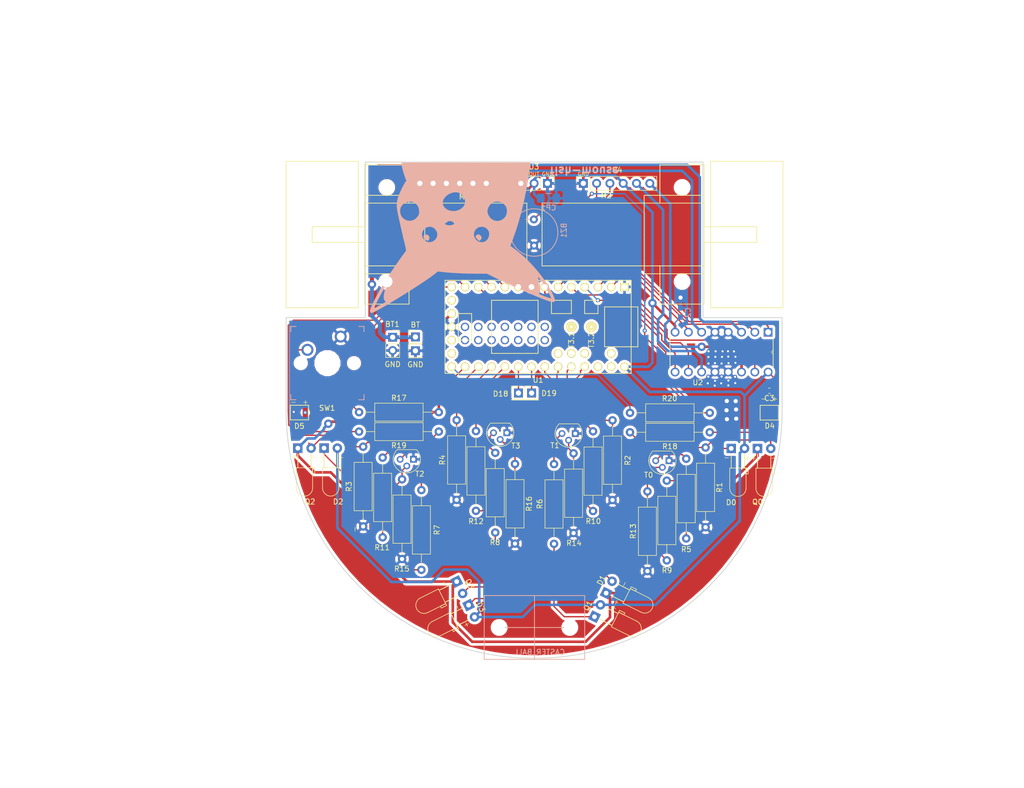
<source format=kicad_pcb>
(kicad_pcb (version 20171130) (host pcbnew "(5.0.0-3-g5ebb6b6)")
  (layers (0 F.Cu signal) (31 B.Cu signal) (34 B.Paste user) (35 F.Paste user) (36 B.SilkS user) (37 F.SilkS user) (38 B.Mask user) (39 F.Mask user) (44 Edge.Cuts user))
  (net 0 "")
  (net 1 /vBatt)
  (net 2 /GND)
  (net 3 /3.3v)
  (net 4 /Reciever_0)
  (net 5 /Reciever_1)
  (net 6 /Reciever_2)
  (net 7 /Reciever_3)
  (net 8 /Emitter_0)
  (net 9 /Emitter_1)
  (net 10 /Emitter_3)
  (net 11 "Net-(U1-Pad18)")
  (net 12 "Net-(U1-Pad19)")
  (net 13 "Net-(U1-Pad15)")
  (net 14 /Emitter_2)
  (net 15 /M2_speed)
  (net 16 /M1_speed)
  (net 17 "Net-(U1-Pad31)")
  (net 18 "Net-(U1-Pad32)")
  (net 19 /5v)
  (net 20 "Net-(U1-Pad34)")
  (net 21 "Net-(U1-Pad35)")
  (net 22 "Net-(U1-Pad36)")
  (net 23 "Net-(U1-Pad37)")
  (net 24 "Net-(U1-Pad38)")
  (net 25 "Net-(U1-Pad39)")
  (net 26 "Net-(U1-Pad40)")
  (net 27 "Net-(U1-Pad41)")
  (net 28 "Net-(U1-Pad42)")
  (net 29 "Net-(U1-Pad43)")
  (net 30 "Net-(U1-Pad44)")
  (net 31 "Net-(U1-Pad45)")
  (net 32 "Net-(U1-Pad46)")
  (net 33 "Net-(U1-Pad47)")
  (net 34 "Net-(U1-Pad48)")
  (net 35 "Net-(U1-Pad49)")
  (net 36 "Net-(U1-Pad50)")
  (net 37 "Net-(U1-Pad51)")
  (net 38 "Net-(U1-Pad52)")
  (net 39 /M1_forward)
  (net 40 /OUT1)
  (net 41 /OUT2)
  (net 42 /M1_backward)
  (net 43 /M2_forward)
  (net 44 /OUT3)
  (net 45 /OUT4)
  (net 46 /M2_backward)
  (net 47 /M2_encoder_B)
  (net 48 /M2_encoder_A)
  (net 49 /M1_encoder_A)
  (net 50 /M1_encoder_B)
  (net 51 "Net-(BZ1-Pad1)")
  (net 52 "Net-(D4-Pad2)")
  (net 53 "Net-(D5-Pad2)")
  (net 54 /i2c_SCL)
  (net 55 /i2c_SDA)
  (net 56 /STATUS_LED_0)
  (net 57 /STATUS_LED_1)
  (net 58 /Buzzer)
  (net 59 /PUSH_SW)
  (net 60 "Net-(D0-Pad1)")
  (net 61 "Net-(D1-Pad1)")
  (net 62 "Net-(D2-Pad1)")
  (net 63 "Net-(D3-Pad1)")
  (net 64 "Net-(R5-Pad2)")
  (net 65 "Net-(R6-Pad2)")
  (net 66 "Net-(R7-Pad2)")
  (net 67 "Net-(R8-Pad2)")
  (net 68 "Net-(R13-Pad2)")
  (net 69 "Net-(R10-Pad1)")
  (net 70 "Net-(R11-Pad1)")
  (net 71 "Net-(R12-Pad1)")
  (module Resistor_THT:R_Axial_DIN0309_L9.0mm_D3.2mm_P15.24mm_Horizontal (layer F.Cu) (at 192.0494 102.7938 180)
    (fp_text reference R20 (at 7.6708 2.7432 180) (layer F.SilkS))
    (fp_text value R)
    (pad 2 thru_hole oval (at 15.24 0 180) (size 1.6 1.6) (drill 0.8) (layers *.Cu *.Mask) (net 58 /Buzzer))
    (pad 1 thru_hole circle (at 0 0 180) (size 1.6 1.6) (drill 0.8) (layers *.Cu *.Mask) (net 51 "Net-(BZ1-Pad1)"))
  )
  (module LED_THT:LED_D3.0mm_Horizontal_O3.81mm_Z2.0mm (layer F.Cu) (at 113.346989 109.548045)
    (fp_text reference Q2 (at 2.324611 10.238355 180) (layer F.SilkS))
    (fp_text value Q_Photo_NPN)
    (pad 1 thru_hole rect (at 0 0) (size 1.8 1.8) (drill 0.9) (layers *.Cu *.Mask) (net 3 /3.3v))
    (pad 2 thru_hole circle (at 2.54 0) (size 1.8 1.8) (drill 0.9) (layers *.Cu *.Mask) (net 6 /Reciever_2))
  )
  (module LED_THT:LED_D3.0mm_Horizontal_O3.81mm_Z2.0mm (layer F.Cu) (at 196.1515 109.601)
    (fp_text reference D0 (at -0.0127 10.3378 180) (layer F.SilkS))
    (fp_text value IRL81A)
    (pad 2 thru_hole circle (at 2.54 0) (size 1.8 1.8) (drill 0.9) (layers *.Cu *.Mask) (net 19 /5v))
    (pad 1 thru_hole rect (at 0 0) (size 1.8 1.8) (drill 0.9) (layers *.Cu *.Mask) (net 60 "Net-(D0-Pad1)"))
  )
  (module misc:Mouse_caster (layer B.Cu) (at 158.5595 143.8275)
    (fp_text reference M3 hide)
    (fp_text value CASTER_BALL (at 0.9525 4.7117) (layer B.SilkS) (effects (justify mirror)))
    (pad "" np_thru_hole circle (at 6.75 0) (size 2.1844 2.1844) (drill 2.1844) (layers *.Cu *.Mask))
    (pad "" np_thru_hole circle (at -6.75 0) (size 2.1844 2.1844) (drill 2.1844) (layers *.Cu *.Mask))
  )
  (module LED_THT:LED_D3.0mm_Horizontal_O3.81mm_Z2.0mm (layer F.Cu) (at 172.2501 137.2616 63.5)
    (fp_text reference Q1 (at -3.695156 -2.00342 63.5) (layer F.SilkS))
    (fp_text value Q_Photo_NPN)
    (pad 2 thru_hole circle (at 2.54 0 63.5) (size 1.8 1.8) (drill 0.9) (layers *.Cu *.Mask) (net 5 /Reciever_1))
    (pad 1 thru_hole rect (at 0 0 63.5) (size 1.8 1.8) (drill 0.9) (layers *.Cu *.Mask) (net 3 /3.3v))
  )
  (module Connector_PinSocket_2.54mm:PinSocket_1x02_P2.54mm_Vertical (layer F.Cu) (at 131.4704 88.3412)
    (fp_text reference BT1 (at -0.0508 -2.4892) (layer F.SilkS))
    (fp_text value Battery_Cell)
    (pad 1 thru_hole rect (at 0 0) (size 1.7 1.7) (drill 1) (layers *.Cu *.Mask) (net 1 /vBatt))
    (pad 2 thru_hole oval (at 0 2.54) (size 1.7 1.7) (drill 1) (layers *.Cu *.Mask) (net 2 /GND))
  )
  (module LED_THT:LED_D3.0mm_Horizontal_O3.81mm_Z2.0mm (layer F.Cu) (at 170.0276 141.7701 63.5)
    (fp_text reference D1 (at 6.829089 -1.928996 63.5) (layer F.SilkS))
    (fp_text value IRL81A)
    (pad 1 thru_hole rect (at 0 0 63.5) (size 1.8 1.8) (drill 0.9) (layers *.Cu *.Mask) (net 61 "Net-(D1-Pad1)"))
    (pad 2 thru_hole circle (at 2.54 0 63.5) (size 1.8 1.8) (drill 0.9) (layers *.Cu *.Mask) (net 19 /5v))
  )
  (module LED_THT:LED_D3.0mm_Horizontal_O3.81mm_Z2.0mm (layer F.Cu) (at 118.364 109.5375)
    (fp_text reference D2 (at 2.6924 10.2489 180) (layer F.SilkS))
    (fp_text value IRL81A)
    (pad 2 thru_hole circle (at 2.54 0) (size 1.8 1.8) (drill 0.9) (layers *.Cu *.Mask) (net 19 /5v))
    (pad 1 thru_hole rect (at 0 0) (size 1.8 1.8) (drill 0.9) (layers *.Cu *.Mask) (net 62 "Net-(D2-Pad1)"))
  )
  (module LED_THT:LED_D3.0mm_Horizontal_O3.81mm_Z2.0mm (layer F.Cu) (at 145.9738 139.5476 296.5)
    (fp_text reference D3 (at 1.372312 -1.89855 296.5) (layer F.SilkS))
    (fp_text value IRL81A)
    (pad 1 thru_hole rect (at 0 0 296.5) (size 1.8 1.8) (drill 0.9) (layers *.Cu *.Mask) (net 63 "Net-(D3-Pad1)"))
    (pad 2 thru_hole circle (at 2.54 0 296.5) (size 1.8 1.8) (drill 0.9) (layers *.Cu *.Mask) (net 19 /5v))
  )
  (module LED_THT:LED_D3.0mm_Horizontal_O3.81mm_Z2.0mm (layer F.Cu) (at 201.164677 109.616645)
    (fp_text reference Q0 (at 0.003323 10.220555 180) (layer F.SilkS))
    (fp_text value Q_Photo_NPN)
    (pad 1 thru_hole rect (at 0 0) (size 1.8 1.8) (drill 0.9) (layers *.Cu *.Mask) (net 3 /3.3v))
    (pad 2 thru_hole circle (at 2.54 0) (size 1.8 1.8) (drill 0.9) (layers *.Cu *.Mask) (net 4 /Reciever_0))
  )
  (module LED_THT:LED_D3.0mm_Horizontal_O3.81mm_Z2.0mm (layer F.Cu) (at 143.697458 135.051967 296.5)
    (fp_text reference Q3 (at 1.504047 -1.992369 296.5) (layer F.SilkS))
    (fp_text value Q_Photo_NPN)
    (pad 2 thru_hole circle (at 2.54 0 296.5) (size 1.8 1.8) (drill 0.9) (layers *.Cu *.Mask) (net 7 /Reciever_3))
    (pad 1 thru_hole rect (at 0 0 296.5) (size 1.8 1.8) (drill 0.9) (layers *.Cu *.Mask) (net 3 /3.3v))
  )
  (module teensy:Teensy30_31_32_LC (layer F.Cu) (at 159.258 86.36 180)
    (fp_text reference U1 (at 0 -10.16 180) (layer F.SilkS))
    (fp_text value Teensy3.2)
    (fp_text user T3.2 (at -10.16 -2.54 270) (layer F.SilkS))
    (fp_text user T3.1 (at -6.35 -2.54 270) (layer F.SilkS))
    (pad 17 thru_hole circle (at 16.51 0 180) (size 1.6 1.6) (drill 1.1) (layers *.Cu *.Mask F.SilkS) (net 2 /GND))
    (pad 18 thru_hole circle (at 16.51 -2.54 180) (size 1.6 1.6) (drill 1.1) (layers *.Cu *.Mask F.SilkS) (net 11 "Net-(U1-Pad18)"))
    (pad 19 thru_hole circle (at 16.51 -5.08 180) (size 1.6 1.6) (drill 1.1) (layers *.Cu *.Mask F.SilkS) (net 12 "Net-(U1-Pad19)"))
    (pad 20 thru_hole circle (at 16.51 -7.62 180) (size 1.6 1.6) (drill 1.1) (layers *.Cu *.Mask F.SilkS) (net 58 /Buzzer))
    (pad 16 thru_hole circle (at 16.51 2.54 180) (size 1.6 1.6) (drill 1.1) (layers *.Cu *.Mask F.SilkS) (net 3 /3.3v))
    (pad 15 thru_hole circle (at 16.51 5.08 180) (size 1.6 1.6) (drill 1.1) (layers *.Cu *.Mask F.SilkS) (net 13 "Net-(U1-Pad15)"))
    (pad 14 thru_hole circle (at 16.51 7.62 180) (size 1.6 1.6) (drill 1.1) (layers *.Cu *.Mask F.SilkS) (net 59 /PUSH_SW))
    (pad 21 thru_hole circle (at 13.97 -7.62 180) (size 1.6 1.6) (drill 1.1) (layers *.Cu *.Mask F.SilkS) (net 6 /Reciever_2))
    (pad 22 thru_hole circle (at 11.43 -7.62 180) (size 1.6 1.6) (drill 1.1) (layers *.Cu *.Mask F.SilkS) (net 14 /Emitter_2))
    (pad 23 thru_hole circle (at 8.89 -7.62 180) (size 1.6 1.6) (drill 1.1) (layers *.Cu *.Mask F.SilkS) (net 7 /Reciever_3))
    (pad 24 thru_hole circle (at 6.35 -7.62 180) (size 1.6 1.6) (drill 1.1) (layers *.Cu *.Mask F.SilkS) (net 10 /Emitter_3))
    (pad 25 thru_hole circle (at 3.81 -7.62 180) (size 1.6 1.6) (drill 1.1) (layers *.Cu *.Mask F.SilkS) (net 55 /i2c_SDA))
    (pad 26 thru_hole circle (at 1.27 -7.62 180) (size 1.6 1.6) (drill 1.1) (layers *.Cu *.Mask F.SilkS) (net 54 /i2c_SCL))
    (pad 27 thru_hole circle (at -1.27 -7.62 180) (size 1.6 1.6) (drill 1.1) (layers *.Cu *.Mask F.SilkS) (net 9 /Emitter_1))
    (pad 28 thru_hole circle (at -3.81 -7.62 180) (size 1.6 1.6) (drill 1.1) (layers *.Cu *.Mask F.SilkS) (net 5 /Reciever_1))
    (pad 29 thru_hole circle (at -6.35 -7.62 180) (size 1.6 1.6) (drill 1.1) (layers *.Cu *.Mask F.SilkS) (net 8 /Emitter_0))
    (pad 30 thru_hole circle (at -8.89 -7.62 180) (size 1.6 1.6) (drill 1.1) (layers *.Cu *.Mask F.SilkS) (net 4 /Reciever_0))
    (pad 31 thru_hole circle (at -11.43 -7.62 180) (size 1.6 1.6) (drill 1.1) (layers *.Cu *.Mask F.SilkS) (net 17 "Net-(U1-Pad31)"))
    (pad 32 thru_hole circle (at -13.97 -7.62 180) (size 1.6 1.6) (drill 1.1) (layers *.Cu *.Mask F.SilkS) (net 18 "Net-(U1-Pad32)"))
    (pad 33 thru_hole circle (at -16.51 -7.62 180) (size 1.6 1.6) (drill 1.1) (layers *.Cu *.Mask F.SilkS) (net 19 /5v))
    (pad 34 thru_hole circle (at -13.97 -5.08 180) (size 1.6 1.6) (drill 1.1) (layers *.Cu *.Mask F.SilkS) (net 20 "Net-(U1-Pad34)"))
    (pad 35 thru_hole circle (at -8.89 -5.08 180) (size 1.6 1.6) (drill 1.1) (layers *.Cu *.Mask F.SilkS) (net 21 "Net-(U1-Pad35)"))
    (pad 36 thru_hole circle (at -6.35 -5.08 180) (size 1.6 1.6) (drill 1.1) (layers *.Cu *.Mask F.SilkS) (net 22 "Net-(U1-Pad36)"))
    (pad 37 thru_hole circle (at -3.81 -5.08 180) (size 1.6 1.6) (drill 1.1) (layers *.Cu *.Mask F.SilkS) (net 23 "Net-(U1-Pad37)"))
    (pad 13 thru_hole circle (at 13.97 7.62 180) (size 1.6 1.6) (drill 1.1) (layers *.Cu *.Mask F.SilkS) (net 57 /STATUS_LED_1))
    (pad 12 thru_hole circle (at 11.43 7.62 180) (size 1.6 1.6) (drill 1.1) (layers *.Cu *.Mask F.SilkS) (net 56 /STATUS_LED_0))
    (pad 11 thru_hole circle (at 8.89 7.62 180) (size 1.6 1.6) (drill 1.1) (layers *.Cu *.Mask F.SilkS) (net 50 /M1_encoder_B))
    (pad 10 thru_hole circle (at 6.35 7.62 180) (size 1.6 1.6) (drill 1.1) (layers *.Cu *.Mask F.SilkS) (net 49 /M1_encoder_A))
    (pad 9 thru_hole circle (at 3.81 7.62 180) (size 1.6 1.6) (drill 1.1) (layers *.Cu *.Mask F.SilkS) (net 47 /M2_encoder_B))
    (pad 8 thru_hole circle (at 1.27 7.62 180) (size 1.6 1.6) (drill 1.1) (layers *.Cu *.Mask F.SilkS) (net 48 /M2_encoder_A))
    (pad 7 thru_hole circle (at -1.27 7.62 180) (size 1.6 1.6) (drill 1.1) (layers *.Cu *.Mask F.SilkS) (net 15 /M2_speed))
    (pad 6 thru_hole circle (at -3.81 7.62 180) (size 1.6 1.6) (drill 1.1) (layers *.Cu *.Mask F.SilkS) (net 16 /M1_speed))
    (pad 5 thru_hole circle (at -6.35 7.62 180) (size 1.6 1.6) (drill 1.1) (layers *.Cu *.Mask F.SilkS) (net 46 /M2_backward))
    (pad 4 thru_hole circle (at -8.89 7.62 180) (size 1.6 1.6) (drill 1.1) (layers *.Cu *.Mask F.SilkS) (net 43 /M2_forward))
    (pad 3 thru_hole circle (at -11.43 7.62 180) (size 1.6 1.6) (drill 1.1) (layers *.Cu *.Mask F.SilkS) (net 39 /M1_forward))
    (pad 2 thru_hole circle (at -13.97 7.62 180) (size 1.6 1.6) (drill 1.1) (layers *.Cu *.Mask F.SilkS) (net 42 /M1_backward))
    (pad 1 thru_hole rect (at -16.51 7.62 180) (size 1.6 1.6) (drill 1.1) (layers *.Cu *.Mask F.SilkS) (net 2 /GND))
    (pad 38 thru_hole circle (at -1.27 0 180) (size 1.6 1.6) (drill 1.1) (layers *.Cu *.Mask) (net 24 "Net-(U1-Pad38)"))
    (pad 39 thru_hole circle (at 1.27 0 180) (size 1.6 1.6) (drill 1.1) (layers *.Cu *.Mask) (net 25 "Net-(U1-Pad39)"))
    (pad 40 thru_hole circle (at 3.81 0 180) (size 1.6 1.6) (drill 1.1) (layers *.Cu *.Mask) (net 26 "Net-(U1-Pad40)"))
    (pad 41 thru_hole circle (at 6.35 0 180) (size 1.6 1.6) (drill 1.1) (layers *.Cu *.Mask) (net 27 "Net-(U1-Pad41)"))
    (pad 42 thru_hole circle (at 8.89 0 180) (size 1.6 1.6) (drill 1.1) (layers *.Cu *.Mask) (net 28 "Net-(U1-Pad42)"))
    (pad 43 thru_hole circle (at 11.43 0 180) (size 1.6 1.6) (drill 1.1) (layers *.Cu *.Mask) (net 29 "Net-(U1-Pad43)"))
    (pad 44 thru_hole circle (at 13.97 0 180) (size 1.6 1.6) (drill 1.1) (layers *.Cu *.Mask) (net 30 "Net-(U1-Pad44)"))
    (pad 45 thru_hole circle (at 13.97 -2.54 180) (size 1.6 1.6) (drill 1.1) (layers *.Cu *.Mask) (net 31 "Net-(U1-Pad45)"))
    (pad 46 thru_hole circle (at 11.43 -2.54 180) (size 1.6 1.6) (drill 1.1) (layers *.Cu *.Mask) (net 32 "Net-(U1-Pad46)"))
    (pad 47 thru_hole circle (at 8.89 -2.54 180) (size 1.6 1.6) (drill 1.1) (layers *.Cu *.Mask) (net 33 "Net-(U1-Pad47)"))
    (pad 48 thru_hole circle (at 6.35 -2.54 180) (size 1.6 1.6) (drill 1.1) (layers *.Cu *.Mask) (net 34 "Net-(U1-Pad48)"))
    (pad 49 thru_hole circle (at 3.81 -2.54 180) (size 1.6 1.6) (drill 1.1) (layers *.Cu *.Mask) (net 35 "Net-(U1-Pad49)"))
    (pad 50 thru_hole circle (at 1.27 -2.54 180) (size 1.6 1.6) (drill 1.1) (layers *.Cu *.Mask) (net 36 "Net-(U1-Pad50)"))
    (pad 51 thru_hole circle (at -1.27 -2.54 180) (size 1.6 1.6) (drill 1.1) (layers *.Cu *.Mask) (net 37 "Net-(U1-Pad51)"))
    (pad 52 thru_hole circle (at -6.35 0 180) (size 1.9 1.9) (drill 0.5) (layers *.Cu *.Mask F.SilkS) (net 38 "Net-(U1-Pad52)"))
    (pad 52 thru_hole circle (at -10.16 0 180) (size 1.9 1.9) (drill 0.5) (layers *.Cu *.Mask F.SilkS) (net 38 "Net-(U1-Pad52)"))
  )
  (module SN754410NE.kicad_mod:DIP254P762X508-16 (layer F.Cu) (at 185.42 94.996 270)
    (fp_text reference U2 (at 2.0066 -4.3434) (layer F.SilkS))
    (fp_text value SN754410NE hide)
    (pad 1 thru_hole rect (at -7.62 -17.78 270) (size 1.6764 1.6764) (drill 1.1176) (layers *.Cu *.Mask) (net 16 /M1_speed))
    (pad 2 thru_hole circle (at -7.62 -15.24 270) (size 1.6764 1.6764) (drill 1.1176) (layers *.Cu *.Mask) (net 39 /M1_forward))
    (pad 3 thru_hole circle (at -7.62 -12.7 270) (size 1.6764 1.6764) (drill 1.1176) (layers *.Cu *.Mask) (net 40 /OUT1))
    (pad 4 thru_hole circle (at -7.62 -10.16 270) (size 1.6764 1.6764) (drill 1.1176) (layers *.Cu *.Mask) (net 2 /GND))
    (pad 5 thru_hole circle (at -7.62 -7.62 270) (size 1.6764 1.6764) (drill 1.1176) (layers *.Cu *.Mask) (net 2 /GND))
    (pad 6 thru_hole circle (at -7.62 -5.08 270) (size 1.6764 1.6764) (drill 1.1176) (layers *.Cu *.Mask) (net 41 /OUT2))
    (pad 7 thru_hole circle (at -7.62 -2.54 270) (size 1.6764 1.6764) (drill 1.1176) (layers *.Cu *.Mask) (net 42 /M1_backward))
    (pad 8 thru_hole circle (at -7.62 0 270) (size 1.6764 1.6764) (drill 1.1176) (layers *.Cu *.Mask) (net 19 /5v))
    (pad 9 thru_hole circle (at 0 0 270) (size 1.6764 1.6764) (drill 1.1176) (layers *.Cu *.Mask) (net 15 /M2_speed))
    (pad 10 thru_hole circle (at 0 -2.54 270) (size 1.6764 1.6764) (drill 1.1176) (layers *.Cu *.Mask) (net 43 /M2_forward))
    (pad 11 thru_hole circle (at 0 -5.08 270) (size 1.6764 1.6764) (drill 1.1176) (layers *.Cu *.Mask) (net 44 /OUT3))
    (pad 12 thru_hole circle (at 0 -7.62 270) (size 1.6764 1.6764) (drill 1.1176) (layers *.Cu *.Mask) (net 2 /GND))
    (pad 13 thru_hole circle (at 0 -10.16 270) (size 1.6764 1.6764) (drill 1.1176) (layers *.Cu *.Mask) (net 2 /GND))
    (pad 14 thru_hole circle (at 0 -12.7 270) (size 1.6764 1.6764) (drill 1.1176) (layers *.Cu *.Mask) (net 45 /OUT4))
    (pad 15 thru_hole circle (at 0 -15.24 270) (size 1.6764 1.6764) (drill 1.1176) (layers *.Cu *.Mask) (net 46 /M2_backward))
    (pad 16 thru_hole circle (at 0 -17.78 270) (size 1.6764 1.6764) (drill 1.1176) (layers *.Cu *.Mask) (net 19 /5v))
  )
  (module Connector_PinHeader_2.54mm:PinHeader_1x03_P2.54mm_Vertical (layer F.Cu) (at 161.036 58.928 270)
    (fp_text reference U3 (at -3.175 2.5908) (layer F.SilkS))
    (fp_text value LM1084-5.0)
    (pad 1 thru_hole rect (at 0 0 270) (size 1.7 1.7) (drill 1) (layers *.Cu *.Mask) (net 2 /GND))
    (pad 2 thru_hole oval (at 0 2.54 270) (size 1.7 1.7) (drill 1) (layers *.Cu *.Mask) (net 19 /5v))
    (pad 3 thru_hole oval (at 0 5.08 270) (size 1.7 1.7) (drill 1) (layers *.Cu *.Mask) (net 1 /vBatt))
  )
  (module misc:Motor_mouse (layer F.Cu) (at 157.099 68.707)
    (fp_text reference M1 (at -11.9253 -7.1882) (layer F.SilkS))
    (fp_text value Motor_DC)
    (pad "" np_thru_hole circle (at -26.75 9) (size 2.1844 2.1844) (drill 2.1844) (layers *.Cu *.Mask))
    (pad "" np_thru_hole circle (at -26.75 -9) (size 2.1844 2.1844) (drill 2.1844) (layers *.Cu *.Mask))
  )
  (module misc:Motor_mouse (layer F.Cu) (at 160.02 68.707 180)
    (fp_text reference M2 (at -12.2428 7.4422 180) (layer F.SilkS))
    (fp_text value Motor_DC)
    (pad "" np_thru_hole circle (at -26.75 9 180) (size 2.1844 2.1844) (drill 2.1844) (layers *.Cu *.Mask))
    (pad "" np_thru_hole circle (at -26.75 -9 180) (size 2.1844 2.1844) (drill 2.1844) (layers *.Cu *.Mask))
  )
  (module "misc:9x5.5mm Buzzer" (layer B.Cu) (at 158.496 68.326 90)
    (fp_text reference BZ1 (at 0.381 5.6896 90) (layer B.SilkS) (effects (justify mirror)))
    (fp_text value Buzzer)
    (fp_text user - (at -2.55 -1.35 90) (layer B.SilkS) (effects (justify mirror)))
    (fp_text user + (at 2.5 -1.3 90) (layer B.SilkS) (effects (justify mirror)))
    (pad 2 thru_hole circle (at -2.5 0 90) (size 1.524 1.524) (drill 0.762) (layers *.Cu *.Mask) (net 2 /GND))
    (pad 1 thru_hole circle (at 2.5 -0.05 90) (size 1.524 1.524) (drill 0.762) (layers *.Cu *.Mask) (net 51 "Net-(BZ1-Pad1)"))
  )
  (module misc:3528_SMD_LED (layer F.Cu) (at 203.4286 102.7684)
    (fp_text reference D4 (at 0.0762 2.5146) (layer F.SilkS))
    (fp_text value STATUS_0)
    (pad 2 smd rect (at 1.1 0) (size 1 2.4) (layers F.Cu F.Paste F.Mask) (net 52 "Net-(D4-Pad2)"))
    (pad 1 smd rect (at -1.1 0) (size 1 2.4) (layers F.Cu F.Paste F.Mask) (net 2 /GND))
  )
  (module misc:3528_SMD_LED (layer F.Cu) (at 113.665 102.743)
    (fp_text reference D5 (at -0.0254 2.5908) (layer F.SilkS))
    (fp_text value STATUS_1)
    (pad 1 smd rect (at -1.1 0) (size 1 2.4) (layers F.Cu F.Paste F.Mask) (net 2 /GND))
    (pad 2 smd rect (at 1.1 0) (size 1 2.4) (layers F.Cu F.Paste F.Mask) (net 53 "Net-(D5-Pad2)"))
  )
  (module keyswitches:MX (layer F.Cu) (at 118.999 93.2942)
    (fp_text reference SW1 (at -0.0508 8.5852) (layer F.SilkS))
    (fp_text value SW_Push)
    (pad 1 thru_hole circle (at 2.54 -5.08) (size 2.286 2.286) (drill 1.4986) (layers *.Cu *.Mask) (net 2 /GND))
    (pad "" np_thru_hole circle (at 0 0) (size 3.9878 3.9878) (drill 3.9878) (layers *.Cu *.Mask))
    (pad 2 thru_hole circle (at -3.81 -2.54) (size 2.286 2.286) (drill 1.4986) (layers *.Cu *.Mask) (net 59 /PUSH_SW))
    (pad "" np_thru_hole circle (at 5.08 0) (size 1.7018 1.7018) (drill 1.7018) (layers *.Cu *.Mask))
    (pad "" np_thru_hole circle (at -5.08 0) (size 1.7018 1.7018) (drill 1.7018) (layers *.Cu *.Mask))
  )
  (module Connector_PinSocket_2.54mm:PinSocket_1x06_P2.54mm_Vertical (layer F.Cu) (at 167.894 58.928 90)
    (fp_text reference U4 (at 2.54 6.4516 180) (layer F.SilkS))
    (fp_text value Encoder_3081)
    (pad 6 thru_hole oval (at 0 12.7 90) (size 1.7 1.7) (drill 1) (layers *.Cu *.Mask) (net 45 /OUT4))
    (pad 5 thru_hole oval (at 0 10.16 90) (size 1.7 1.7) (drill 1) (layers *.Cu *.Mask) (net 44 /OUT3))
    (pad 4 thru_hole oval (at 0 7.62 90) (size 1.7 1.7) (drill 1) (layers *.Cu *.Mask) (net 19 /5v))
    (pad 3 thru_hole oval (at 0 5.08 90) (size 1.7 1.7) (drill 1) (layers *.Cu *.Mask) (net 48 /M2_encoder_A))
    (pad 2 thru_hole oval (at 0 2.54 90) (size 1.7 1.7) (drill 1) (layers *.Cu *.Mask) (net 47 /M2_encoder_B))
    (pad 1 thru_hole rect (at 0 0 90) (size 1.7 1.7) (drill 1) (layers *.Cu *.Mask) (net 2 /GND))
  )
  (module Connector_PinSocket_2.54mm:PinSocket_1x06_P2.54mm_Vertical (layer F.Cu) (at 136.652 58.928 90)
    (fp_text reference U5 (at 2.54 6.35 180) (layer F.SilkS))
    (fp_text value Encoder_3081)
    (pad 1 thru_hole rect (at 0 0 90) (size 1.7 1.7) (drill 1) (layers *.Cu *.Mask) (net 2 /GND))
    (pad 2 thru_hole oval (at 0 2.54 90) (size 1.7 1.7) (drill 1) (layers *.Cu *.Mask) (net 50 /M1_encoder_B))
    (pad 3 thru_hole oval (at 0 5.08 90) (size 1.7 1.7) (drill 1) (layers *.Cu *.Mask) (net 49 /M1_encoder_A))
    (pad 4 thru_hole oval (at 0 7.62 90) (size 1.7 1.7) (drill 1) (layers *.Cu *.Mask) (net 19 /5v))
    (pad 5 thru_hole oval (at 0 10.16 90) (size 1.7 1.7) (drill 1) (layers *.Cu *.Mask) (net 40 /OUT1))
    (pad 6 thru_hole oval (at 0 12.7 90) (size 1.7 1.7) (drill 1) (layers *.Cu *.Mask) (net 41 /OUT2))
  )
  (module Connector_PinHeader_2.54mm:PinHeader_1x01_P2.54mm_Vertical (layer F.Cu) (at 158.0134 99.0092)
    (fp_text reference MH_SCL1 hide)
    (fp_text value MountingHole_Pad)
    (pad 1 thru_hole rect (at 0 0) (size 1.7 1.7) (drill 1) (layers *.Cu *.Mask) (net 54 /i2c_SCL))
  )
  (module Connector_PinHeader_2.54mm:PinHeader_1x01_P2.54mm_Vertical (layer F.Cu) (at 155.4988 99.0092)
    (fp_text reference MH_SDA1 hide)
    (fp_text value MountingHole_Pad)
    (pad 1 thru_hole rect (at 0 0) (size 1.7 1.7) (drill 1) (layers *.Cu *.Mask) (net 55 /i2c_SDA))
  )
  (module Resistor_THT:R_Axial_DIN0309_L9.0mm_D3.2mm_P15.24mm_Horizontal (layer F.Cu) (at 191.2493 124.6632 90)
    (fp_text reference R1 (at 7.5946 2.6543 90) (layer F.SilkS))
    (fp_text value R)
    (pad 1 thru_hole circle (at 0 0 90) (size 1.6 1.6) (drill 0.8) (layers *.Cu *.Mask) (net 2 /GND))
    (pad 2 thru_hole oval (at 15.24 0 90) (size 1.6 1.6) (drill 0.8) (layers *.Cu *.Mask) (net 4 /Reciever_0))
  )
  (module Resistor_THT:R_Axial_DIN0309_L9.0mm_D3.2mm_P15.24mm_Horizontal (layer F.Cu) (at 173.4693 119.4689 90)
    (fp_text reference R2 (at 7.5819 2.9083 90) (layer F.SilkS))
    (fp_text value R)
    (pad 2 thru_hole oval (at 15.24 0 90) (size 1.6 1.6) (drill 0.8) (layers *.Cu *.Mask) (net 5 /Reciever_1))
    (pad 1 thru_hole circle (at 0 0 90) (size 1.6 1.6) (drill 0.8) (layers *.Cu *.Mask) (net 2 /GND))
  )
  (module Resistor_THT:R_Axial_DIN0309_L9.0mm_D3.2mm_P15.24mm_Horizontal (layer F.Cu) (at 125.8316 124.5108 90)
    (fp_text reference R3 (at 7.62 -2.72 90) (layer F.SilkS))
    (fp_text value R)
    (pad 1 thru_hole circle (at 0 0 90) (size 1.6 1.6) (drill 0.8) (layers *.Cu *.Mask) (net 2 /GND))
    (pad 2 thru_hole oval (at 15.24 0 90) (size 1.6 1.6) (drill 0.8) (layers *.Cu *.Mask) (net 6 /Reciever_2))
  )
  (module Resistor_THT:R_Axial_DIN0309_L9.0mm_D3.2mm_P15.24mm_Horizontal (layer F.Cu) (at 143.6878 119.4308 90)
    (fp_text reference R4 (at 7.62 -2.72 90) (layer F.SilkS))
    (fp_text value R)
    (pad 2 thru_hole oval (at 15.24 0 90) (size 1.6 1.6) (drill 0.8) (layers *.Cu *.Mask) (net 7 /Reciever_3))
    (pad 1 thru_hole circle (at 0 0 90) (size 1.6 1.6) (drill 0.8) (layers *.Cu *.Mask) (net 2 /GND))
  )
  (module Resistor_THT:R_Axial_DIN0309_L9.0mm_D3.2mm_P15.24mm_Horizontal (layer F.Cu) (at 187.5536 126.8095 90)
    (fp_text reference R5 (at -2.0955 0 180) (layer F.SilkS))
    (fp_text value 33)
    (pad 2 thru_hole oval (at 15.24 0 90) (size 1.6 1.6) (drill 0.8) (layers *.Cu *.Mask) (net 64 "Net-(R5-Pad2)"))
    (pad 1 thru_hole circle (at 0 0 90) (size 1.6 1.6) (drill 0.8) (layers *.Cu *.Mask) (net 60 "Net-(D0-Pad1)"))
  )
  (module Resistor_THT:R_Axial_DIN0309_L9.0mm_D3.2mm_P15.24mm_Horizontal (layer F.Cu) (at 162.2933 127.8382 90)
    (fp_text reference R6 (at 7.62 -2.72 90) (layer F.SilkS))
    (fp_text value 33)
    (pad 1 thru_hole circle (at 0 0 90) (size 1.6 1.6) (drill 0.8) (layers *.Cu *.Mask) (net 61 "Net-(D1-Pad1)"))
    (pad 2 thru_hole oval (at 15.24 0 90) (size 1.6 1.6) (drill 0.8) (layers *.Cu *.Mask) (net 65 "Net-(R6-Pad2)"))
  )
  (module Resistor_THT:R_Axial_DIN0309_L9.0mm_D3.2mm_P15.24mm_Horizontal (layer F.Cu) (at 136.9568 132.8039 90)
    (fp_text reference R7 (at 7.62 2.9718 90) (layer F.SilkS))
    (fp_text value 33)
    (pad 1 thru_hole circle (at 0 0 90) (size 1.6 1.6) (drill 0.8) (layers *.Cu *.Mask) (net 62 "Net-(D2-Pad1)"))
    (pad 2 thru_hole oval (at 15.24 0 90) (size 1.6 1.6) (drill 0.8) (layers *.Cu *.Mask) (net 66 "Net-(R7-Pad2)"))
  )
  (module Resistor_THT:R_Axial_DIN0309_L9.0mm_D3.2mm_P15.24mm_Horizontal (layer F.Cu) (at 151.0665 125.6792 90)
    (fp_text reference R8 (at -1.8796 -0.0381 180) (layer F.SilkS))
    (fp_text value 33)
    (pad 1 thru_hole circle (at 0 0 90) (size 1.6 1.6) (drill 0.8) (layers *.Cu *.Mask) (net 63 "Net-(D3-Pad1)"))
    (pad 2 thru_hole oval (at 15.24 0 90) (size 1.6 1.6) (drill 0.8) (layers *.Cu *.Mask) (net 67 "Net-(R8-Pad2)"))
  )
  (module Resistor_THT:R_Axial_DIN0309_L9.0mm_D3.2mm_P15.24mm_Horizontal (layer F.Cu) (at 183.8452 131.0005 90)
    (fp_text reference R9 (at -1.9177 0.0254 180) (layer F.SilkS))
    (fp_text value 1k)
    (pad 1 thru_hole circle (at 0 0 90) (size 1.6 1.6) (drill 0.8) (layers *.Cu *.Mask) (net 68 "Net-(R13-Pad2)"))
    (pad 2 thru_hole oval (at 15.24 0 90) (size 1.6 1.6) (drill 0.8) (layers *.Cu *.Mask) (net 8 /Emitter_0))
  )
  (module Resistor_THT:R_Axial_DIN0309_L9.0mm_D3.2mm_P15.24mm_Horizontal (layer F.Cu) (at 169.7482 121.5644 90)
    (fp_text reference R10 (at -1.9558 0.0508 180) (layer F.SilkS))
    (fp_text value 1k)
    (pad 1 thru_hole circle (at 0 0 90) (size 1.6 1.6) (drill 0.8) (layers *.Cu *.Mask) (net 69 "Net-(R10-Pad1)"))
    (pad 2 thru_hole oval (at 15.24 0 90) (size 1.6 1.6) (drill 0.8) (layers *.Cu *.Mask) (net 9 /Emitter_1))
  )
  (module Resistor_THT:R_Axial_DIN0309_L9.0mm_D3.2mm_P15.24mm_Horizontal (layer F.Cu) (at 129.5527 126.5936 90)
    (fp_text reference R11 (at -1.9558 -0.0889 180) (layer F.SilkS))
    (fp_text value 1k)
    (pad 1 thru_hole circle (at 0 0 90) (size 1.6 1.6) (drill 0.8) (layers *.Cu *.Mask) (net 70 "Net-(R11-Pad1)"))
    (pad 2 thru_hole oval (at 15.24 0 90) (size 1.6 1.6) (drill 0.8) (layers *.Cu *.Mask) (net 14 /Emitter_2))
  )
  (module Resistor_THT:R_Axial_DIN0309_L9.0mm_D3.2mm_P15.24mm_Horizontal (layer F.Cu) (at 147.3835 121.5263 90)
    (fp_text reference R12 (at -2.0193 0.0127 180) (layer F.SilkS))
    (fp_text value 1k)
    (pad 2 thru_hole oval (at 15.24 0 90) (size 1.6 1.6) (drill 0.8) (layers *.Cu *.Mask) (net 10 /Emitter_3))
    (pad 1 thru_hole circle (at 0 0 90) (size 1.6 1.6) (drill 0.8) (layers *.Cu *.Mask) (net 71 "Net-(R12-Pad1)"))
  )
  (module Resistor_THT:R_Axial_DIN0309_L9.0mm_D3.2mm_P15.24mm_Horizontal (layer F.Cu) (at 180.1368 133.0579 90)
    (fp_text reference R13 (at 7.62 -2.72 90) (layer F.SilkS))
    (fp_text value 47k)
    (pad 1 thru_hole circle (at 0 0 90) (size 1.6 1.6) (drill 0.8) (layers *.Cu *.Mask) (net 2 /GND))
    (pad 2 thru_hole oval (at 15.24 0 90) (size 1.6 1.6) (drill 0.8) (layers *.Cu *.Mask) (net 68 "Net-(R13-Pad2)"))
  )
  (module Resistor_THT:R_Axial_DIN0309_L9.0mm_D3.2mm_P15.24mm_Horizontal (layer F.Cu) (at 166.0271 125.7808 90)
    (fp_text reference R14 (at -1.9304 0.0889 180) (layer F.SilkS))
    (fp_text value 47k)
    (pad 2 thru_hole oval (at 15.24 0 90) (size 1.6 1.6) (drill 0.8) (layers *.Cu *.Mask) (net 69 "Net-(R10-Pad1)"))
    (pad 1 thru_hole circle (at 0 0 90) (size 1.6 1.6) (drill 0.8) (layers *.Cu *.Mask) (net 2 /GND))
  )
  (module Resistor_THT:R_Axial_DIN0309_L9.0mm_D3.2mm_P15.24mm_Horizontal (layer F.Cu) (at 133.2611 130.7465 90)
    (fp_text reference R15 (at -1.8669 -0.0381 180) (layer F.SilkS))
    (fp_text value 47k)
    (pad 2 thru_hole oval (at 15.24 0 90) (size 1.6 1.6) (drill 0.8) (layers *.Cu *.Mask) (net 70 "Net-(R11-Pad1)"))
    (pad 1 thru_hole circle (at 0 0 90) (size 1.6 1.6) (drill 0.8) (layers *.Cu *.Mask) (net 2 /GND))
  )
  (module Resistor_THT:R_Axial_DIN0309_L9.0mm_D3.2mm_P15.24mm_Horizontal (layer F.Cu) (at 154.8384 127.8001 90)
    (fp_text reference R16 (at 7.6073 2.6924 90) (layer F.SilkS))
    (fp_text value 47k)
    (pad 2 thru_hole oval (at 15.24 0 90) (size 1.6 1.6) (drill 0.8) (layers *.Cu *.Mask) (net 71 "Net-(R12-Pad1)"))
    (pad 1 thru_hole circle (at 0 0 90) (size 1.6 1.6) (drill 0.8) (layers *.Cu *.Mask) (net 2 /GND))
  )
  (module Resistor_THT:R_Axial_DIN0309_L9.0mm_D3.2mm_P15.24mm_Horizontal (layer F.Cu) (at 125.0442 102.6668)
    (fp_text reference R17 (at 7.62 -2.72) (layer F.SilkS))
    (fp_text value R)
    (pad 1 thru_hole circle (at 0 0) (size 1.6 1.6) (drill 0.8) (layers *.Cu *.Mask) (net 59 /PUSH_SW))
    (pad 2 thru_hole oval (at 15.24 0) (size 1.6 1.6) (drill 0.8) (layers *.Cu *.Mask) (net 3 /3.3v))
  )
  (module Resistor_THT:R_Axial_DIN0309_L9.0mm_D3.2mm_P15.24mm_Horizontal (layer F.Cu) (at 192.0494 106.5149 180)
    (fp_text reference R18 (at 7.62 -2.72 180) (layer F.SilkS))
    (fp_text value R)
    (pad 2 thru_hole oval (at 15.24 0 180) (size 1.6 1.6) (drill 0.8) (layers *.Cu *.Mask) (net 56 /STATUS_LED_0))
    (pad 1 thru_hole circle (at 0 0 180) (size 1.6 1.6) (drill 0.8) (layers *.Cu *.Mask) (net 52 "Net-(D4-Pad2)"))
  )
  (module Resistor_THT:R_Axial_DIN0309_L9.0mm_D3.2mm_P15.24mm_Horizontal (layer F.Cu) (at 125.0442 106.3879)
    (fp_text reference R19 (at 7.62 2.6543) (layer F.SilkS))
    (fp_text value R)
    (pad 2 thru_hole oval (at 15.24 0) (size 1.6 1.6) (drill 0.8) (layers *.Cu *.Mask) (net 57 /STATUS_LED_1))
    (pad 1 thru_hole circle (at 0 0) (size 1.6 1.6) (drill 0.8) (layers *.Cu *.Mask) (net 53 "Net-(D5-Pad2)"))
  )
  (module "misc:TN0104(TO-92)" (layer F.Cu) (at 184.2643 111.9505 180)
    (fp_text reference T0 (at 3.8989 -2.7305 180) (layer F.SilkS))
    (fp_text value Q_NMOS_DGS)
    (pad 3 thru_hole rect (at 0 0 270) (size 1.3 1.3) (drill 0.75) (layers *.Cu *.Mask) (net 2 /GND))
    (pad 1 thru_hole circle (at 2.54 0 270) (size 1.3 1.3) (drill 0.75) (layers *.Cu *.Mask) (net 64 "Net-(R5-Pad2)"))
    (pad 2 thru_hole circle (at 1.27 -1.27 270) (size 1.3 1.3) (drill 0.75) (layers *.Cu *.Mask) (net 68 "Net-(R13-Pad2)"))
  )
  (module "misc:TN0104(TO-92)" (layer F.Cu) (at 166.3573 106.7562 180)
    (fp_text reference T1 (at 3.8989 -2.286 180) (layer F.SilkS))
    (fp_text value Q_NMOS_DGS)
    (pad 2 thru_hole circle (at 1.27 -1.27 270) (size 1.3 1.3) (drill 0.75) (layers *.Cu *.Mask) (net 69 "Net-(R10-Pad1)"))
    (pad 1 thru_hole circle (at 2.54 0 270) (size 1.3 1.3) (drill 0.75) (layers *.Cu *.Mask) (net 65 "Net-(R6-Pad2)"))
    (pad 3 thru_hole rect (at 0 0 270) (size 1.3 1.3) (drill 0.75) (layers *.Cu *.Mask) (net 2 /GND))
  )
  (module "misc:TN0104(TO-92)" (layer F.Cu) (at 135.4328 111.6838 180)
    (fp_text reference T2 (at -1.2192 -2.794 180) (layer F.SilkS))
    (fp_text value Q_NMOS_DGS)
    (pad 2 thru_hole circle (at 1.27 -1.27 270) (size 1.3 1.3) (drill 0.75) (layers *.Cu *.Mask) (net 70 "Net-(R11-Pad1)"))
    (pad 1 thru_hole circle (at 2.54 0 270) (size 1.3 1.3) (drill 0.75) (layers *.Cu *.Mask) (net 66 "Net-(R7-Pad2)"))
    (pad 3 thru_hole rect (at 0 0 270) (size 1.3 1.3) (drill 0.75) (layers *.Cu *.Mask) (net 2 /GND))
  )
  (module "misc:TN0104(TO-92)" (layer F.Cu) (at 153.2763 106.6165 180)
    (fp_text reference T3 (at -1.7145 -2.4765 180) (layer F.SilkS))
    (fp_text value Q_NMOS_DGS)
    (pad 3 thru_hole rect (at 0 0 270) (size 1.3 1.3) (drill 0.75) (layers *.Cu *.Mask) (net 2 /GND))
    (pad 1 thru_hole circle (at 2.54 0 270) (size 1.3 1.3) (drill 0.75) (layers *.Cu *.Mask) (net 67 "Net-(R8-Pad2)"))
    (pad 2 thru_hole circle (at 1.27 -1.27 270) (size 1.3 1.3) (drill 0.75) (layers *.Cu *.Mask) (net 71 "Net-(R12-Pad1)"))
  )
  (module Capacitor_SMD:C_0603_1608Metric_Pad1.05x0.95mm_HandSolder (layer B.Cu) (at 186.4614 83.6168 90)
    (fp_text reference C2 (at 0 1.43 90) (layer B.SilkS) (effects (justify mirror)))
    (fp_text value 0.1uF)
    (pad 2 smd roundrect (at 0.875 0 90) (size 1.05 0.95) (layers B.Cu B.Paste B.Mask) (net 2 /GND))
    (pad 1 smd roundrect (at -0.875 0 90) (size 1.05 0.95) (layers B.Cu B.Paste B.Mask) (net 19 /5v))
  )
  (module Capacitor_SMD:C_0603_1608Metric_Pad1.05x0.95mm_HandSolder (layer F.Cu) (at 203.4286 98.5774 180)
    (fp_text reference C3 (at 0 -1.43 180) (layer F.SilkS))
    (fp_text value 1.0uF)
    (pad 1 smd roundrect (at -0.875 0 180) (size 1.05 0.95) (layers F.Cu F.Paste F.Mask) (net 19 /5v))
    (pad 2 smd roundrect (at 0.875 0 180) (size 1.05 0.95) (layers F.Cu F.Paste F.Mask) (net 2 /GND))
  )
  (module Connector_PinHeader_2.54mm:PinHeader_1x01_P2.54mm_Vertical (layer F.Cu) (at 135.8138 90.932)
    (fp_text reference GND (at 0 2.6416) (layer F.SilkS))
    (fp_text value MountingHole_Pad)
    (pad 1 thru_hole rect (at 0 0) (size 1.7 1.7) (drill 1) (layers *.Cu *.Mask) (net 2 /GND))
  )
  (module Connector_PinHeader_2.54mm:PinHeader_1x01_P2.54mm_Vertical (layer F.Cu) (at 135.8138 88.2904)
    (fp_text reference BT (at 0 -2.33) (layer F.SilkS))
    (fp_text value MountingHole_Pad)
    (pad 1 thru_hole rect (at 0 0) (size 1.7 1.7) (drill 1) (layers *.Cu *.Mask) (net 1 /vBatt))
  )
  (module Capacitor_SMD:C_1206_3216Metric_Pad1.42x1.75mm_HandSolder (layer B.Cu) (at 161.2392 61.7728)
    (fp_text reference CP1 (at 0 1.82) (layer B.SilkS) (effects (justify mirror)))
    (fp_text value "10uF (Tantalum)")
    (pad 1 smd roundrect (at -1.4875 0) (size 1.425 1.75) (layers B.Cu B.Paste B.Mask) (roundrect_rratio 0.175439) (net 19 /5v))
    (pad 2 smd roundrect (at 1.4875 0) (size 1.425 1.75) (layers B.Cu B.Paste B.Mask) (roundrect_rratio 0.175439) (net 2 /GND))
  )
  (module pika:pika3 (layer B.Cu) (at 144.8308 74.422)
    (fp_text reference G*** hide)
    (fp_text value LOGO hide)
  )
  (gr_text GND (at 167.894 57.15) (layer F.SilkS) (effects (font (size 0.7 0.7) (thickness 0.1))))
  (gr_text GND (at 136.652 57.15) (layer F.SilkS) (effects (font (size 0.7 0.7) (thickness 0.1))))
  (gr_text - (at 202.3618 100.076) (layer F.SilkS) (effects (font (size 1 1) (thickness 0.1)) (justify mirror)))
  (gr_text - (at 195.2752 111.3282) (layer F.SilkS) (effects (font (size 1 1) (thickness 0.1))))
  (gr_text + (at 121.6152 111.2774) (layer F.SilkS) (effects (font (size 1 1) (thickness 0.1))))
  (gr_text fish-mouse (at 168.1226 56.5404 180) (layer B.SilkS) (effects (font (size 1.5 1.5) (thickness 0.3)) (justify mirror)))
  (gr_arc (start 158.496 102.362) (end 111.125 102.362) (angle -179.6927874) (layer Edge.Cuts) (width 0.15))
  (gr_text IN (at 155.956 57.15) (layer F.SilkS) (effects (font (size 0.7 0.7) (thickness 0.1))))
  (gr_text OUT (at 158.496 57.15) (layer F.SilkS) (effects (font (size 0.7 0.7) (thickness 0.1))))
  (gr_text GND (at 161.036 57.15) (layer F.SilkS) (effects (font (size 0.7 0.7) (thickness 0.1))))
  (gr_text + (at 204.47 100.076) (layer F.SilkS) (effects (font (size 1 1) (thickness 0.1)) (justify mirror)))
  (gr_text + (at 114.808 100.711) (layer F.SilkS) (effects (font (size 1 1) (thickness 0.1)) (justify mirror)))
  (gr_text - (at 112.522 100.711) (layer F.SilkS) (effects (font (size 1 1) (thickness 0.1)) (justify mirror)))
  (gr_text D19 (at 161.3408 99.06) (layer F.SilkS) (effects (font (size 1 1))))
  (gr_text D18 (at 152.0952 99.1616) (layer F.SilkS) (effects (font (size 1 1))))
  (gr_text - (at 117.729 111.252) (layer F.SilkS) (effects (font (size 1 1) (thickness 0.1))))
  (gr_text - (at 124.191507 125.065355 90) (layer F.SilkS) (effects (font (size 1 1) (thickness 0.1))))
  (gr_text + (at 199.263 111.379) (layer F.SilkS) (effects (font (size 1 1) (thickness 0.1))))
  (gr_text - (at 204.343 111.379) (layer F.SilkS) (effects (font (size 1 1) (thickness 0.1))))
  (gr_text + (at 200.406 111.379) (layer F.SilkS) (effects (font (size 1 1) (thickness 0.1))))
  (gr_text + (at 145.669 143.2306 296.5) (layer F.SilkS) (effects (font (size 1 1) (thickness 0.1))))
  (gr_text - (at 143.8656 139.8524 296.5) (layer F.SilkS) (effects (font (size 1 1) (thickness 0.1))))
  (gr_text + (at 173.6598 140.0048 63.5) (layer F.SilkS) (effects (font (size 1 1) (thickness 0.1))))
  (gr_text - (at 171.958 143.4846 63.5) (layer F.SilkS) (effects (font (size 1 1) (thickness 0.1))))
  (gr_text - (at 175.6918 135.4836 63.5) (layer F.SilkS) (effects (font (size 1 1) (thickness 0.1))))
  (gr_text + (at 174.1424 138.9634 63.5) (layer F.SilkS) (effects (font (size 1 1) (thickness 0.1))))
  (gr_text - (at 143.383 138.7602 296.5) (layer F.SilkS) (effects (font (size 1 1) (thickness 0.1))))
  (gr_text + (at 141.478 135.4836 296.5) (layer F.SilkS) (effects (font (size 1 1) (thickness 0.1))))
  (gr_text - (at 116.459 111.252) (layer F.SilkS) (effects (font (size 1 1) (thickness 0.1))))
  (gr_text + (at 112.649 111.252) (layer F.SilkS) (effects (font (size 1 1) (thickness 0.1))))
  (gr_text "GND\n" (at 131.4704 93.5228) (layer F.SilkS) (effects (font (size 1 1))))
  (gr_line (start 205.867 84.582) (end 190.754 84.582) (layer Edge.Cuts) (width 0.15))
  (gr_line (start 205.867 102.616) (end 205.867 84.582) (layer Edge.Cuts) (width 0.15))
  (gr_line (start 190.754 54.864) (end 190.754 84.582) (layer Edge.Cuts) (width 0.15))
  (gr_line (start 126.238 54.864) (end 190.754 54.864) (layer Edge.Cuts) (width 0.15))
  (gr_line (start 126.238 84.582) (end 126.238 54.864) (layer Edge.Cuts) (width 0.15))
  (gr_line (start 111.125 84.582) (end 126.238 84.582) (layer Edge.Cuts) (width 0.15))
  (gr_line (start 111.125 102.362) (end 111.125 84.582) (layer Edge.Cuts) (width 0.15))
  (segment (start 155.956 57.725919) (end 153.856081 55.626) (width 0.75) (layer F.Cu) (net 1))
  (segment (start 155.956 58.928) (end 155.956 57.725919) (width 0.75) (layer F.Cu) (net 1))
  (segment (start 153.856081 55.626) (end 128.778 55.626) (width 0.75) (layer F.Cu) (net 1))
  (segment (start 127.508 56.896) (end 128.778 55.626) (width 0.75) (layer F.Cu) (net 1))
  (via (at 127.508 78.232) (size 1.6) (drill 0.8) (layers F.Cu B.Cu) (net 1))
  (segment (start 127.508 78.232) (end 127.508 56.896) (width 0.75) (layer F.Cu) (net 1))
  (segment (start 131.4704 88.3412) (end 135.8138 88.3412) (width 0.75) (layer B.Cu) (net 1))
  (segment (start 129.8704 88.3412) (end 131.4704 88.3412) (width 0.75) (layer B.Cu) (net 1))
  (segment (start 129.032 85.852) (end 129.032 87.5028) (width 0.75) (layer B.Cu) (net 1))
  (segment (start 129.032 87.5028) (end 129.8704 88.3412) (width 0.75) (layer B.Cu) (net 1))
  (segment (start 127.508 84.328) (end 129.032 85.852) (width 0.75) (layer B.Cu) (net 1))
  (segment (start 127.508 78.232) (end 127.508 84.328) (width 0.75) (layer B.Cu) (net 1))
  (via (at 112.5728 102.616) (size 0.8) (drill 0.4) (layers F.Cu B.Cu) (net 2))
  (via (at 191.7954 93.3704) (size 0.8) (drill 0.4) (layers F.Cu B.Cu) (net 2))
  (via (at 193.04 93.2942) (size 0.8) (drill 0.4) (layers F.Cu B.Cu) (net 2))
  (via (at 194.31 93.3704) (size 0.8) (drill 0.4) (layers F.Cu B.Cu) (net 2))
  (via (at 195.6308 93.2942) (size 0.8) (drill 0.4) (layers F.Cu B.Cu) (net 2))
  (via (at 196.9516 93.2434) (size 0.8) (drill 0.4) (layers F.Cu B.Cu) (net 2))
  (via (at 196.9516 92.075) (size 0.8) (drill 0.4) (layers F.Cu B.Cu) (net 2))
  (via (at 195.58 92.0496) (size 0.8) (drill 0.4) (layers F.Cu B.Cu) (net 2))
  (via (at 194.3862 92.1004) (size 0.8) (drill 0.4) (layers F.Cu B.Cu) (net 2))
  (via (at 193.1162 92.1004) (size 0.8) (drill 0.4) (layers F.Cu B.Cu) (net 2))
  (via (at 191.7954 92.1258) (size 0.8) (drill 0.4) (layers F.Cu B.Cu) (net 2))
  (via (at 191.8208 91.0336) (size 0.8) (drill 0.4) (layers F.Cu B.Cu) (net 2))
  (via (at 193.167 91.0336) (size 0.8) (drill 0.4) (layers F.Cu B.Cu) (net 2))
  (via (at 194.4878 91.0336) (size 0.8) (drill 0.4) (layers F.Cu B.Cu) (net 2))
  (via (at 195.5292 91.0336) (size 0.8) (drill 0.4) (layers F.Cu B.Cu) (net 2))
  (via (at 196.6722 91.059) (size 0.8) (drill 0.4) (layers F.Cu B.Cu) (net 2))
  (via (at 194.31 95.8596) (size 0.8) (drill 0.4) (layers F.Cu B.Cu) (net 2))
  (via (at 196.8754 95.9104) (size 0.8) (drill 0.4) (layers F.Cu B.Cu) (net 2))
  (via (at 191.77 95.885) (size 0.8) (drill 0.4) (layers F.Cu B.Cu) (net 2))
  (via (at 193.0654 96.6724) (size 0.8) (drill 0.4) (layers F.Cu B.Cu) (net 2))
  (via (at 195.6054 96.6216) (size 0.8) (drill 0.4) (layers F.Cu B.Cu) (net 2))
  (via (at 194.2338 97.155) (size 0.8) (drill 0.4) (layers F.Cu B.Cu) (net 2))
  (via (at 196.9262 97.1042) (size 0.8) (drill 0.4) (layers F.Cu B.Cu) (net 2))
  (via (at 191.6684 97.155) (size 0.8) (drill 0.4) (layers F.Cu B.Cu) (net 2))
  (via (at 195.6054 97.5614) (size 0.8) (drill 0.4) (layers F.Cu B.Cu) (net 2))
  (via (at 192.9892 97.5868) (size 0.8) (drill 0.4) (layers F.Cu B.Cu) (net 2))
  (via (at 197.0024 100.5586) (size 1.6) (drill 0.8) (layers F.Cu B.Cu) (net 2))
  (via (at 195.3006 100.5332) (size 1.6) (drill 0.8) (layers F.Cu B.Cu) (net 2))
  (via (at 197.0786 102.1588) (size 1.6) (drill 0.8) (layers F.Cu B.Cu) (net 2))
  (via (at 195.2498 102.3112) (size 1.6) (drill 0.8) (layers F.Cu B.Cu) (net 2))
  (via (at 197.104 103.9114) (size 1.6) (drill 0.8) (layers F.Cu B.Cu) (net 2))
  (via (at 195.326 104.013) (size 1.6) (drill 0.8) (layers F.Cu B.Cu) (net 2))
  (segment (start 186.4614 82.7418) (end 186.4614 82.1168) (width 0.25) (layer B.Cu) (net 2))
  (segment (start 186.4614 82.1168) (end 186.4614 80.772) (width 0.25) (layer B.Cu) (net 2))
  (segment (start 186.4614 80.772) (end 186.4614 80.772) (width 0.25) (layer B.Cu) (net 2))
  (via (at 186.4614 80.772) (size 1.6) (drill 0.8) (layers F.Cu B.Cu) (net 2))
  (segment (start 113.346989 109.538011) (end 113.346989 109.548045) (width 0.5) (layer B.Cu) (net 3))
  (segment (start 116.586 107.696) (end 115.189 107.696) (width 0.5) (layer B.Cu) (net 3))
  (segment (start 115.189 107.696) (end 113.346989 109.538011) (width 0.5) (layer B.Cu) (net 3))
  (segment (start 140.2842 86.2838) (end 140.2842 102.6668) (width 0.5) (layer F.Cu) (net 3))
  (segment (start 142.748 83.82) (end 140.2842 86.2838) (width 0.5) (layer F.Cu) (net 3))
  (segment (start 139.15283 102.6668) (end 137.32403 104.4956) (width 0.5) (layer F.Cu) (net 3))
  (segment (start 140.2842 102.6668) (end 139.15283 102.6668) (width 0.5) (layer F.Cu) (net 3))
  (via (at 119.1768 104.8766) (size 1.6) (drill 0.8) (layers F.Cu B.Cu) (net 3))
  (segment (start 119.5578 104.4956) (end 119.1768 104.8766) (width 0.5) (layer F.Cu) (net 3))
  (segment (start 137.32403 104.4956) (end 119.5578 104.4956) (width 0.5) (layer F.Cu) (net 3))
  (segment (start 118.376801 105.905199) (end 116.586 107.696) (width 0.5) (layer B.Cu) (net 3))
  (segment (start 118.376801 105.676599) (end 118.376801 105.905199) (width 0.5) (layer B.Cu) (net 3))
  (segment (start 119.1768 104.8766) (end 118.376801 105.676599) (width 0.5) (layer B.Cu) (net 3))
  (segment (start 142.955674 135.793751) (end 142.955674 142.854074) (width 0.5) (layer F.Cu) (net 3))
  (segment (start 143.697458 135.051967) (end 142.955674 135.793751) (width 0.5) (layer F.Cu) (net 3))
  (segment (start 142.955674 142.854074) (end 146.6596 146.558) (width 0.5) (layer F.Cu) (net 3))
  (segment (start 146.6596 146.558) (end 168.3258 146.558) (width 0.5) (layer F.Cu) (net 3))
  (segment (start 172.991884 141.891916) (end 172.991884 138.003384) (width 0.5) (layer F.Cu) (net 3))
  (segment (start 172.991884 138.003384) (end 172.2501 137.2616) (width 0.5) (layer F.Cu) (net 3))
  (segment (start 168.3258 146.558) (end 172.991884 141.891916) (width 0.5) (layer F.Cu) (net 3))
  (segment (start 127.254 128.117986) (end 134.061367 134.925353) (width 0.5) (layer F.Cu) (net 3))
  (segment (start 113.346989 110.948045) (end 116.571944 114.173) (width 0.5) (layer F.Cu) (net 3))
  (segment (start 127.254 121.793) (end 127.254 128.117986) (width 0.5) (layer F.Cu) (net 3))
  (segment (start 119.634 114.173) (end 127.254 121.793) (width 0.5) (layer F.Cu) (net 3))
  (segment (start 116.571944 114.173) (end 119.634 114.173) (width 0.5) (layer F.Cu) (net 3))
  (segment (start 134.061367 135.051967) (end 143.697458 135.051967) (width 0.5) (layer F.Cu) (net 3))
  (segment (start 134.061367 134.925353) (end 134.061367 135.051967) (width 0.5) (layer F.Cu) (net 3))
  (segment (start 113.346989 109.548045) (end 113.346989 110.948045) (width 0.5) (layer F.Cu) (net 3))
  (segment (start 201.164677 111.016645) (end 194.7418 117.439522) (width 0.5) (layer F.Cu) (net 3))
  (segment (start 201.164677 109.616645) (end 201.164677 111.016645) (width 0.5) (layer F.Cu) (net 3))
  (segment (start 181.4576 137.2616) (end 172.2501 137.2616) (width 0.5) (layer F.Cu) (net 3))
  (segment (start 194.7418 117.439522) (end 192.821478 117.439522) (width 0.5) (layer F.Cu) (net 3))
  (segment (start 192.821478 117.439522) (end 189.2554 121.0056) (width 0.5) (layer F.Cu) (net 3))
  (segment (start 189.2554 129.4638) (end 181.4576 137.2616) (width 0.5) (layer F.Cu) (net 3))
  (segment (start 189.2554 121.0056) (end 189.2554 129.4638) (width 0.5) (layer F.Cu) (net 3))
  (segment (start 203.704677 108.343853) (end 203.3524 107.991576) (width 0.25) (layer F.Cu) (net 4))
  (segment (start 203.704677 109.616645) (end 203.704677 108.343853) (width 0.25) (layer F.Cu) (net 4))
  (segment (start 192.680924 107.991576) (end 191.2493 109.4232) (width 0.25) (layer F.Cu) (net 4))
  (segment (start 203.3524 107.991576) (end 192.680924 107.991576) (width 0.25) (layer F.Cu) (net 4))
  (segment (start 177.8 109.4232) (end 191.2493 109.4232) (width 0.25) (layer F.Cu) (net 4))
  (segment (start 175.405209 107.028409) (end 177.8 109.4232) (width 0.25) (layer F.Cu) (net 4))
  (segment (start 165.2016 101.9048) (end 173.94061 101.9048) (width 0.25) (layer F.Cu) (net 4))
  (segment (start 164.4904 101.1936) (end 165.2016 101.9048) (width 0.25) (layer F.Cu) (net 4))
  (segment (start 173.94061 101.9048) (end 175.405209 103.369399) (width 0.25) (layer F.Cu) (net 4))
  (segment (start 164.4904 98.298) (end 164.4904 101.1936) (width 0.25) (layer F.Cu) (net 4))
  (segment (start 175.405209 103.369399) (end 175.405209 107.028409) (width 0.25) (layer F.Cu) (net 4))
  (segment (start 167.348001 95.440399) (end 164.4904 98.298) (width 0.25) (layer F.Cu) (net 4))
  (segment (start 167.348001 94.779999) (end 167.348001 95.440399) (width 0.25) (layer F.Cu) (net 4))
  (segment (start 168.148 93.98) (end 167.348001 94.779999) (width 0.25) (layer F.Cu) (net 4))
  (segment (start 163.068 95.11137) (end 162.8648 95.31457) (width 0.25) (layer F.Cu) (net 5))
  (segment (start 163.068 93.98) (end 163.068 95.11137) (width 0.25) (layer F.Cu) (net 5))
  (segment (start 162.8648 95.31457) (end 162.8648 101.7524) (width 0.25) (layer F.Cu) (net 5))
  (segment (start 162.8648 101.7524) (end 164.8714 103.759) (width 0.25) (layer F.Cu) (net 5))
  (segment (start 164.8714 103.759) (end 167.767 103.759) (width 0.25) (layer F.Cu) (net 5))
  (segment (start 167.87579 103.86779) (end 168.40919 103.86779) (width 0.25) (layer F.Cu) (net 5))
  (segment (start 167.767 103.759) (end 167.87579 103.86779) (width 0.25) (layer F.Cu) (net 5))
  (segment (start 168.7703 104.2289) (end 173.4693 104.2289) (width 0.25) (layer F.Cu) (net 5))
  (segment (start 168.40919 103.86779) (end 168.7703 104.2289) (width 0.25) (layer F.Cu) (net 5))
  (segment (start 171.0436 132.648625) (end 173.383442 134.988467) (width 0.25) (layer F.Cu) (net 5))
  (segment (start 171.0436 120.2182) (end 171.0436 132.648625) (width 0.25) (layer F.Cu) (net 5))
  (segment (start 169.926 119.1006) (end 171.0436 120.2182) (width 0.25) (layer F.Cu) (net 5))
  (segment (start 169.926 108.90357) (end 169.926 119.1006) (width 0.25) (layer F.Cu) (net 5))
  (segment (start 173.4693 105.36027) (end 169.926 108.90357) (width 0.25) (layer F.Cu) (net 5))
  (segment (start 173.4693 104.2289) (end 173.4693 105.36027) (width 0.25) (layer F.Cu) (net 5))
  (segment (start 115.886989 109.028989) (end 115.443 108.585) (width 0.25) (layer F.Cu) (net 6))
  (segment (start 115.886989 109.548045) (end 115.886989 109.028989) (width 0.25) (layer F.Cu) (net 6))
  (segment (start 125.8316 109.2708) (end 124.5616 109.2708) (width 0.25) (layer F.Cu) (net 6))
  (segment (start 124.5616 109.2708) (end 123.063 107.7722) (width 0.25) (layer F.Cu) (net 6))
  (segment (start 117.662834 107.7722) (end 115.886989 109.548045) (width 0.25) (layer F.Cu) (net 6))
  (segment (start 123.063 107.7722) (end 117.662834 107.7722) (width 0.25) (layer F.Cu) (net 6))
  (segment (start 140.6906 108.458) (end 126.6444 108.458) (width 0.25) (layer F.Cu) (net 6))
  (segment (start 141.8844 107.2642) (end 140.6906 108.458) (width 0.25) (layer F.Cu) (net 6))
  (segment (start 126.6444 108.458) (end 125.8316 109.2708) (width 0.25) (layer F.Cu) (net 6))
  (segment (start 140.85921 100.67641) (end 141.8844 101.7016) (width 0.25) (layer F.Cu) (net 6))
  (segment (start 140.85921 97.26579) (end 140.85921 100.67641) (width 0.25) (layer F.Cu) (net 6))
  (segment (start 142.4432 95.6818) (end 140.85921 97.26579) (width 0.25) (layer F.Cu) (net 6))
  (segment (start 141.8844 101.7016) (end 141.8844 107.2642) (width 0.25) (layer F.Cu) (net 6))
  (segment (start 143.5862 95.6818) (end 142.4432 95.6818) (width 0.25) (layer F.Cu) (net 6))
  (segment (start 145.288 93.98) (end 143.5862 95.6818) (width 0.25) (layer F.Cu) (net 6))
  (segment (start 152.283999 135.180501) (end 152.283999 132.725999) (width 0.25) (layer F.Cu) (net 7))
  (segment (start 151.384 136.0805) (end 152.283999 135.180501) (width 0.25) (layer F.Cu) (net 7))
  (segment (start 152.283999 132.725999) (end 141.9606 122.4026) (width 0.25) (layer F.Cu) (net 7))
  (segment (start 141.9606 122.4026) (end 141.9606 112.6998) (width 0.25) (layer F.Cu) (net 7))
  (segment (start 143.6878 110.9726) (end 143.6878 104.1908) (width 0.25) (layer F.Cu) (net 7))
  (segment (start 141.9606 112.6998) (end 143.6878 110.9726) (width 0.25) (layer F.Cu) (net 7))
  (segment (start 150.368 93.98) (end 147.3962 96.9518) (width 0.25) (layer F.Cu) (net 7))
  (segment (start 147.3962 96.9518) (end 145.7198 96.9518) (width 0.25) (layer F.Cu) (net 7))
  (segment (start 143.6878 98.9838) (end 143.6878 104.1908) (width 0.25) (layer F.Cu) (net 7))
  (segment (start 145.7198 96.9518) (end 143.6878 98.9838) (width 0.25) (layer F.Cu) (net 7))
  (segment (start 146.0754 136.0805) (end 144.8308 137.3251) (width 0.25) (layer F.Cu) (net 7))
  (segment (start 151.384 136.0805) (end 146.0754 136.0805) (width 0.25) (layer F.Cu) (net 7))
  (segment (start 186.1947 115.7605) (end 183.8452 115.7605) (width 0.25) (layer F.Cu) (net 8))
  (segment (start 189.3062 112.649) (end 186.1947 115.7605) (width 0.25) (layer F.Cu) (net 8))
  (segment (start 189.3062 110.6424) (end 189.3062 112.649) (width 0.25) (layer F.Cu) (net 8))
  (segment (start 188.722 110.0582) (end 189.3062 110.6424) (width 0.25) (layer F.Cu) (net 8))
  (segment (start 174.9552 103.5558) (end 174.9552 107.4166) (width 0.25) (layer F.Cu) (net 8))
  (segment (start 174.9552 107.4166) (end 177.5968 110.0582) (width 0.25) (layer F.Cu) (net 8))
  (segment (start 164.719 102.6668) (end 174.0662 102.6668) (width 0.25) (layer F.Cu) (net 8))
  (segment (start 174.0662 102.6668) (end 174.9552 103.5558) (width 0.25) (layer F.Cu) (net 8))
  (segment (start 163.6776 101.6254) (end 164.719 102.6668) (width 0.25) (layer F.Cu) (net 8))
  (segment (start 163.6776 97.6122) (end 163.6776 101.6254) (width 0.25) (layer F.Cu) (net 8))
  (segment (start 164.808001 96.481799) (end 163.6776 97.6122) (width 0.25) (layer F.Cu) (net 8))
  (segment (start 177.5968 110.0582) (end 188.722 110.0582) (width 0.25) (layer F.Cu) (net 8))
  (segment (start 164.808001 94.779999) (end 164.808001 96.481799) (width 0.25) (layer F.Cu) (net 8))
  (segment (start 165.608 93.98) (end 164.808001 94.779999) (width 0.25) (layer F.Cu) (net 8))
  (segment (start 160.528 95.11137) (end 162.2298 96.81317) (width 0.25) (layer F.Cu) (net 9))
  (segment (start 160.528 93.98) (end 160.528 95.11137) (width 0.25) (layer F.Cu) (net 9))
  (segment (start 162.2298 96.81317) (end 162.2298 102.0318) (width 0.25) (layer F.Cu) (net 9))
  (segment (start 162.2298 102.0318) (end 164.5158 104.3178) (width 0.25) (layer F.Cu) (net 9))
  (segment (start 167.7416 104.3178) (end 169.7482 106.3244) (width 0.25) (layer F.Cu) (net 9))
  (segment (start 164.5158 104.3178) (end 167.7416 104.3178) (width 0.25) (layer F.Cu) (net 9))
  (segment (start 152.908 93.98) (end 148.9202 97.9678) (width 0.25) (layer F.Cu) (net 10))
  (segment (start 148.9202 97.9678) (end 148.1074 97.9678) (width 0.25) (layer F.Cu) (net 10))
  (segment (start 147.3835 98.6917) (end 147.3835 106.2863) (width 0.25) (layer F.Cu) (net 10))
  (segment (start 148.1074 97.9678) (end 147.3835 98.6917) (width 0.25) (layer F.Cu) (net 10))
  (segment (start 147.828 93.98) (end 145.5166 96.2914) (width 0.25) (layer F.Cu) (net 14))
  (segment (start 145.5166 96.2914) (end 144.0688 96.2914) (width 0.25) (layer F.Cu) (net 14))
  (segment (start 142.334409 107.450601) (end 140.877 108.90801) (width 0.25) (layer F.Cu) (net 14))
  (segment (start 142.33441 98.02579) (end 142.334409 107.450601) (width 0.25) (layer F.Cu) (net 14))
  (segment (start 144.0688 96.2914) (end 142.33441 98.02579) (width 0.25) (layer F.Cu) (net 14))
  (segment (start 131.99829 108.90801) (end 129.5527 111.3536) (width 0.25) (layer F.Cu) (net 14))
  (segment (start 140.877 108.90801) (end 131.99829 108.90801) (width 0.25) (layer F.Cu) (net 14))
  (segment (start 160.528 79.87137) (end 162.95263 82.296) (width 0.25) (layer F.Cu) (net 15))
  (segment (start 160.528 78.74) (end 160.528 79.87137) (width 0.25) (layer F.Cu) (net 15))
  (segment (start 162.95263 82.296) (end 177.292 82.296) (width 0.25) (layer F.Cu) (net 15))
  (segment (start 177.292 82.296) (end 182.88 87.884) (width 0.25) (layer F.Cu) (net 15))
  (segment (start 182.88 88.91243) (end 184.39157 90.424) (width 0.25) (layer F.Cu) (net 15))
  (segment (start 182.88 87.884) (end 182.88 88.91243) (width 0.25) (layer F.Cu) (net 15))
  (segment (start 184.39157 90.424) (end 184.404 90.424) (width 0.25) (layer F.Cu) (net 15))
  (segment (start 185.42 91.44) (end 185.42 94.996) (width 0.25) (layer F.Cu) (net 15))
  (segment (start 184.404 90.424) (end 185.42 91.44) (width 0.25) (layer F.Cu) (net 15))
  (segment (start 163.068 78.74) (end 165.608 76.2) (width 0.25) (layer F.Cu) (net 16))
  (segment (start 178.94441 76.2) (end 188.08841 85.344) (width 0.25) (layer F.Cu) (net 16))
  (segment (start 165.608 76.2) (end 178.94441 76.2) (width 0.25) (layer F.Cu) (net 16))
  (segment (start 203.2 86.2878) (end 203.2 87.376) (width 0.25) (layer F.Cu) (net 16))
  (segment (start 202.2562 85.344) (end 203.2 86.2878) (width 0.25) (layer F.Cu) (net 16))
  (segment (start 188.08841 85.344) (end 202.2562 85.344) (width 0.25) (layer F.Cu) (net 16))
  (segment (start 158.496 58.928) (end 158.496 58.166) (width 0.5) (layer B.Cu) (net 19))
  (segment (start 158.496 58.166) (end 159.258 57.404) (width 0.5) (layer B.Cu) (net 19))
  (segment (start 173.99 57.404) (end 175.514 58.928) (width 0.5) (layer B.Cu) (net 19))
  (segment (start 159.258 57.404) (end 173.99 57.404) (width 0.5) (layer B.Cu) (net 19))
  (segment (start 158.496 58.928) (end 156.718 60.706) (width 0.5) (layer F.Cu) (net 19))
  (segment (start 146.05 60.706) (end 144.272 58.928) (width 0.5) (layer F.Cu) (net 19))
  (segment (start 156.718 60.706) (end 146.05 60.706) (width 0.5) (layer F.Cu) (net 19))
  (segment (start 198.6915 109.601) (end 198.6915 99.5045) (width 0.5) (layer B.Cu) (net 19))
  (segment (start 201.8284 96.3676) (end 203.2 94.996) (width 0.5) (layer B.Cu) (net 19))
  (segment (start 201.5236 96.6724) (end 201.8284 96.3676) (width 0.5) (layer B.Cu) (net 19))
  (segment (start 198.6915 99.5045) (end 201.8284 96.3676) (width 0.5) (layer B.Cu) (net 19))
  (segment (start 180.34 93.98) (end 175.768 93.98) (width 0.5) (layer B.Cu) (net 19))
  (segment (start 181.102 93.218) (end 180.34 93.98) (width 0.5) (layer B.Cu) (net 19))
  (segment (start 178.0794 61.468) (end 181.102 64.4906) (width 0.5) (layer B.Cu) (net 19))
  (segment (start 178.054 61.468) (end 178.0794 61.468) (width 0.5) (layer B.Cu) (net 19))
  (segment (start 175.514 58.928) (end 178.054 61.468) (width 0.5) (layer B.Cu) (net 19))
  (via (at 181.102 81.8134) (size 1.6) (drill 0.8) (layers F.Cu B.Cu) (net 19))
  (segment (start 185.42 86.1314) (end 181.102 81.8134) (width 0.5) (layer F.Cu) (net 19))
  (segment (start 185.42 87.376) (end 185.42 86.1314) (width 0.5) (layer F.Cu) (net 19))
  (segment (start 181.102 81.8134) (end 181.102 93.218) (width 0.5) (layer B.Cu) (net 19))
  (segment (start 181.102 64.4906) (end 181.102 81.8134) (width 0.5) (layer B.Cu) (net 19))
  (segment (start 197.9676 98.7806) (end 198.6915 99.5045) (width 0.5) (layer B.Cu) (net 19))
  (segment (start 180.5686 98.7806) (end 197.9676 98.7806) (width 0.5) (layer B.Cu) (net 19))
  (segment (start 175.768 93.98) (end 180.5686 98.7806) (width 0.5) (layer B.Cu) (net 19))
  (segment (start 160.3642 61.7728) (end 159.2834 61.7728) (width 0.5) (layer B.Cu) (net 19))
  (segment (start 158.496 60.9854) (end 158.496 58.928) (width 0.5) (layer B.Cu) (net 19))
  (segment (start 159.2834 61.7728) (end 158.496 60.9854) (width 0.5) (layer B.Cu) (net 19))
  (segment (start 204.3036 96.0996) (end 203.2 94.996) (width 0.25) (layer F.Cu) (net 19))
  (segment (start 204.3036 98.5774) (end 204.3036 96.0996) (width 0.25) (layer F.Cu) (net 19))
  (segment (start 185.42 85.5332) (end 186.4614 84.4918) (width 0.25) (layer B.Cu) (net 19))
  (segment (start 185.42 87.376) (end 185.42 85.5332) (width 0.25) (layer B.Cu) (net 19))
  (segment (start 147.107142 141.820733) (end 156.324467 141.820733) (width 0.5) (layer B.Cu) (net 19))
  (segment (start 158.648233 139.496967) (end 171.160942 139.496967) (width 0.5) (layer B.Cu) (net 19))
  (segment (start 156.324467 141.820733) (end 158.648233 139.496967) (width 0.5) (layer B.Cu) (net 19))
  (segment (start 197.791501 110.500999) (end 197.791501 123.442299) (width 0.5) (layer B.Cu) (net 19))
  (segment (start 198.6915 109.601) (end 197.791501 110.500999) (width 0.5) (layer B.Cu) (net 19))
  (segment (start 181.736833 139.496967) (end 171.160942 139.496967) (width 0.5) (layer B.Cu) (net 19))
  (segment (start 197.791501 123.442299) (end 181.736833 139.496967) (width 0.5) (layer B.Cu) (net 19))
  (segment (start 120.904 124.8156) (end 120.904 109.5375) (width 0.5) (layer B.Cu) (net 19))
  (segment (start 131.2164 135.128) (end 120.904 124.8156) (width 0.5) (layer B.Cu) (net 19))
  (segment (start 138.938 135.128) (end 131.2164 135.128) (width 0.5) (layer B.Cu) (net 19))
  (segment (start 148.007141 140.920734) (end 148.007141 135.053141) (width 0.5) (layer B.Cu) (net 19))
  (segment (start 141.3002 132.7658) (end 138.938 135.128) (width 0.5) (layer B.Cu) (net 19))
  (segment (start 147.107142 141.820733) (end 148.007141 140.920734) (width 0.5) (layer B.Cu) (net 19))
  (segment (start 145.7198 132.7658) (end 141.3002 132.7658) (width 0.5) (layer B.Cu) (net 19))
  (segment (start 148.007141 135.053141) (end 145.7198 132.7658) (width 0.5) (layer B.Cu) (net 19))
  (segment (start 178.873991 76.765991) (end 187.96 85.852) (width 0.25) (layer F.Cu) (net 39))
  (segment (start 172.662009 76.765991) (end 178.873991 76.765991) (width 0.25) (layer F.Cu) (net 39))
  (segment (start 170.688 78.74) (end 172.662009 76.765991) (width 0.25) (layer F.Cu) (net 39))
  (segment (start 199.136 85.852) (end 200.66 87.376) (width 0.25) (layer F.Cu) (net 39))
  (segment (start 187.96 85.852) (end 199.136 85.852) (width 0.25) (layer F.Cu) (net 39))
  (segment (start 147.661999 58.078001) (end 147.661999 56.604801) (width 0.5) (layer B.Cu) (net 40))
  (segment (start 146.812 58.928) (end 147.661999 58.078001) (width 0.5) (layer B.Cu) (net 40))
  (segment (start 147.661999 56.604801) (end 148.87779 55.38901) (width 0.5) (layer B.Cu) (net 40))
  (segment (start 148.87779 55.38901) (end 187.77381 55.38901) (width 0.5) (layer B.Cu) (net 40))
  (segment (start 187.77381 55.38901) (end 190.1444 57.7596) (width 0.5) (layer B.Cu) (net 40))
  (segment (start 190.1444 57.7596) (end 190.1444 84.7344) (width 0.5) (layer B.Cu) (net 40))
  (segment (start 190.1444 84.7344) (end 190.8048 85.3948) (width 0.5) (layer B.Cu) (net 40))
  (segment (start 196.1388 85.3948) (end 198.12 87.376) (width 0.5) (layer B.Cu) (net 40))
  (segment (start 190.8048 85.3948) (end 196.1388 85.3948) (width 0.5) (layer B.Cu) (net 40))
  (segment (start 188.6712 85.5472) (end 190.5 87.376) (width 0.5) (layer B.Cu) (net 41))
  (segment (start 186.7916 56.5404) (end 188.6712 58.42) (width 0.5) (layer B.Cu) (net 41))
  (segment (start 188.6712 58.42) (end 188.6712 85.5472) (width 0.5) (layer B.Cu) (net 41))
  (segment (start 151.7396 56.5404) (end 186.7916 56.5404) (width 0.5) (layer B.Cu) (net 41))
  (segment (start 149.352 58.928) (end 151.7396 56.5404) (width 0.5) (layer B.Cu) (net 41))
  (segment (start 187.96 86.868) (end 187.96 87.376) (width 0.25) (layer F.Cu) (net 42))
  (segment (start 178.308 77.216) (end 187.96 86.868) (width 0.25) (layer F.Cu) (net 42))
  (segment (start 174.752 77.216) (end 178.308 77.216) (width 0.25) (layer F.Cu) (net 42))
  (segment (start 173.228 78.74) (end 174.752 77.216) (width 0.25) (layer F.Cu) (net 42))
  (via (at 170.688 81.28) (size 0.8) (drill 0.4) (layers F.Cu B.Cu) (net 43))
  (segment (start 168.148 78.74) (end 170.688 81.28) (width 0.25) (layer B.Cu) (net 43))
  (segment (start 187.96 90.932) (end 187.96 94.996) (width 0.25) (layer F.Cu) (net 43))
  (segment (start 186.436 89.408) (end 187.96 90.932) (width 0.25) (layer F.Cu) (net 43))
  (segment (start 184.01198 89.408) (end 186.436 89.408) (width 0.25) (layer F.Cu) (net 43))
  (segment (start 183.44599 87.43399) (end 183.44599 88.84201) (width 0.25) (layer F.Cu) (net 43))
  (segment (start 183.44599 88.84201) (end 184.01198 89.408) (width 0.25) (layer F.Cu) (net 43))
  (segment (start 177.292 81.28) (end 183.44599 87.43399) (width 0.25) (layer F.Cu) (net 43))
  (segment (start 170.688 81.28) (end 177.292 81.28) (width 0.25) (layer F.Cu) (net 43))
  (segment (start 190.5 92.3036) (end 190.5 94.996) (width 0.5) (layer B.Cu) (net 44))
  (segment (start 189.1792 90.9828) (end 190.5 92.3036) (width 0.5) (layer B.Cu) (net 44))
  (segment (start 184.0484 90.9828) (end 189.1792 90.9828) (width 0.5) (layer B.Cu) (net 44))
  (segment (start 182.1688 84.9376) (end 182.1688 89.1032) (width 0.5) (layer B.Cu) (net 44))
  (segment (start 183.134 83.9724) (end 182.1688 84.9376) (width 0.5) (layer B.Cu) (net 44))
  (segment (start 178.054 58.928) (end 183.134 64.008) (width 0.5) (layer B.Cu) (net 44))
  (segment (start 183.134 64.008) (end 183.134 83.9724) (width 0.5) (layer B.Cu) (net 44))
  (segment (start 182.1688 89.1032) (end 184.0484 90.9828) (width 0.5) (layer B.Cu) (net 44))
  (segment (start 180.594 58.928) (end 184.5056 62.8396) (width 0.5) (layer B.Cu) (net 45))
  (segment (start 183.5404 85.852) (end 183.5404 88.2396) (width 0.5) (layer B.Cu) (net 45))
  (segment (start 184.5056 84.8868) (end 183.5404 85.852) (width 0.5) (layer B.Cu) (net 45))
  (segment (start 184.5056 62.8396) (end 184.5056 84.8868) (width 0.5) (layer B.Cu) (net 45))
  (segment (start 183.5404 88.2396) (end 183.5404 89.0524) (width 0.5) (layer B.Cu) (net 45))
  (via (at 190.5 90.17) (size 1.6) (drill 0.8) (layers F.Cu B.Cu) (net 45))
  (segment (start 184.658 90.17) (end 190.5 90.17) (width 0.5) (layer B.Cu) (net 45))
  (segment (start 183.5404 89.0524) (end 184.658 90.17) (width 0.5) (layer B.Cu) (net 45))
  (segment (start 190.5 90.17) (end 197.104 90.17) (width 0.5) (layer F.Cu) (net 45))
  (segment (start 198.12 91.186) (end 198.12 94.996) (width 0.5) (layer F.Cu) (net 45))
  (segment (start 197.104 90.17) (end 198.12 91.186) (width 0.5) (layer F.Cu) (net 45))
  (segment (start 200.66 91.948) (end 200.66 94.996) (width 0.25) (layer F.Cu) (net 46))
  (segment (start 197.612 88.9) (end 200.66 91.948) (width 0.25) (layer F.Cu) (net 46))
  (segment (start 165.608 78.74) (end 167.132 80.264) (width 0.25) (layer F.Cu) (net 46))
  (segment (start 183.896 86.868) (end 183.896 88.392) (width 0.25) (layer F.Cu) (net 46))
  (segment (start 183.896 88.392) (end 184.404 88.9) (width 0.25) (layer F.Cu) (net 46))
  (segment (start 177.292 80.264) (end 183.896 86.868) (width 0.25) (layer F.Cu) (net 46))
  (segment (start 184.404 88.9) (end 197.612 88.9) (width 0.25) (layer F.Cu) (net 46))
  (segment (start 167.132 80.264) (end 177.292 80.264) (width 0.25) (layer F.Cu) (net 46))
  (segment (start 164.592 65.532) (end 167.64 65.532) (width 0.25) (layer F.Cu) (net 47))
  (segment (start 167.64 65.532) (end 170.434 62.738) (width 0.25) (layer F.Cu) (net 47))
  (segment (start 170.434 62.738) (end 170.434 58.928) (width 0.25) (layer F.Cu) (net 47))
  (segment (start 155.448 78.74) (end 155.448 77.47) (width 0.25) (layer F.Cu) (net 47))
  (segment (start 155.448 77.47) (end 160.528 72.39) (width 0.25) (layer F.Cu) (net 47))
  (segment (start 160.528 69.596) (end 164.592 65.532) (width 0.25) (layer F.Cu) (net 47))
  (segment (start 160.528 72.39) (end 160.528 69.596) (width 0.25) (layer F.Cu) (net 47))
  (segment (start 172.974 60.83441) (end 172.974 58.928) (width 0.25) (layer F.Cu) (net 48))
  (segment (start 167.76841 66.04) (end 172.974 60.83441) (width 0.25) (layer F.Cu) (net 48))
  (segment (start 164.72041 66.04) (end 167.76841 66.04) (width 0.25) (layer F.Cu) (net 48))
  (segment (start 161.036 74.56063) (end 161.036 69.72441) (width 0.25) (layer F.Cu) (net 48))
  (segment (start 161.036 69.72441) (end 164.72041 66.04) (width 0.25) (layer F.Cu) (net 48))
  (segment (start 157.988 77.60863) (end 161.036 74.56063) (width 0.25) (layer F.Cu) (net 48))
  (segment (start 157.988 78.74) (end 157.988 77.60863) (width 0.25) (layer F.Cu) (net 48))
  (segment (start 150.42599 76.25799) (end 142.4264 76.25799) (width 0.25) (layer F.Cu) (net 49))
  (segment (start 152.908 78.74) (end 150.42599 76.25799) (width 0.25) (layer F.Cu) (net 49))
  (segment (start 142.4264 76.25799) (end 139.7 73.53159) (width 0.25) (layer F.Cu) (net 49))
  (segment (start 139.7 60.96) (end 141.732 58.928) (width 0.25) (layer F.Cu) (net 49))
  (segment (start 139.7 73.53159) (end 139.7 60.96) (width 0.25) (layer F.Cu) (net 49))
  (segment (start 150.368 78.74) (end 148.336 76.708) (width 0.25) (layer F.Cu) (net 50))
  (segment (start 148.336 76.708) (end 142.24 76.708) (width 0.25) (layer F.Cu) (net 50))
  (segment (start 139.192 73.66) (end 139.192 58.928) (width 0.25) (layer F.Cu) (net 50))
  (segment (start 142.24 76.708) (end 139.192 73.66) (width 0.25) (layer F.Cu) (net 50))
  (segment (start 192.0494 102.7938) (end 189.3824 102.7938) (width 0.25) (layer F.Cu) (net 51))
  (segment (start 189.3824 102.7938) (end 183.0324 96.4438) (width 0.25) (layer F.Cu) (net 51))
  (segment (start 183.0324 96.4438) (end 183.0324 91.6178) (width 0.25) (layer F.Cu) (net 51))
  (via (at 179.6288 87.0712) (size 0.8) (drill 0.4) (layers F.Cu B.Cu) (net 51))
  (segment (start 179.6288 88.2142) (end 179.6288 87.0712) (width 0.25) (layer F.Cu) (net 51))
  (segment (start 183.0324 91.6178) (end 179.6288 88.2142) (width 0.25) (layer F.Cu) (net 51))
  (segment (start 179.6288 87.0712) (end 179.6288 64.7446) (width 0.25) (layer B.Cu) (net 51))
  (via (at 169.5196 60.9092) (size 0.8) (drill 0.4) (layers F.Cu B.Cu) (net 51))
  (segment (start 175.7934 60.9092) (end 169.5196 60.9092) (width 0.25) (layer B.Cu) (net 51))
  (segment (start 179.6288 64.7446) (end 175.7934 60.9092) (width 0.25) (layer B.Cu) (net 51))
  (segment (start 169.119601 61.309199) (end 169.119601 61.334599) (width 0.25) (layer F.Cu) (net 51))
  (segment (start 169.5196 60.9092) (end 169.119601 61.309199) (width 0.25) (layer F.Cu) (net 51))
  (segment (start 169.119601 61.334599) (end 165.6588 64.7954) (width 0.25) (layer F.Cu) (net 51))
  (segment (start 159.4766 64.7954) (end 158.446 65.826) (width 0.25) (layer F.Cu) (net 51))
  (segment (start 165.6588 64.7954) (end 159.4766 64.7954) (width 0.25) (layer F.Cu) (net 51))
  (segment (start 192.0494 106.5149) (end 202.3237 106.5149) (width 0.25) (layer F.Cu) (net 52))
  (segment (start 204.5286 104.31) (end 204.5286 102.7684) (width 0.25) (layer F.Cu) (net 52))
  (segment (start 202.3237 106.5149) (end 204.5286 104.31) (width 0.25) (layer F.Cu) (net 52))
  (segment (start 114.808 102.7) (end 114.765 102.743) (width 0.25) (layer B.Cu) (net 53))
  (segment (start 125.0442 106.3879) (end 115.4557 106.3879) (width 0.25) (layer F.Cu) (net 53))
  (via (at 114.765 102.743) (size 0.8) (drill 0.4) (layers F.Cu B.Cu) (net 53))
  (segment (start 114.765 105.6972) (end 114.765 102.743) (width 0.25) (layer F.Cu) (net 53))
  (segment (start 115.4557 106.3879) (end 114.765 105.6972) (width 0.25) (layer F.Cu) (net 53))
  (segment (start 158.0134 94.0054) (end 157.988 93.98) (width 0.25) (layer F.Cu) (net 54))
  (segment (start 158.0134 99.0092) (end 158.0134 94.0054) (width 0.25) (layer F.Cu) (net 54))
  (segment (start 155.4988 94.0308) (end 155.448 93.98) (width 0.25) (layer F.Cu) (net 55))
  (segment (start 155.4988 99.0092) (end 155.4988 94.0308) (width 0.25) (layer F.Cu) (net 55))
  (segment (start 179.2351 108.9406) (end 176.8094 106.5149) (width 0.25) (layer F.Cu) (net 56))
  (segment (start 189.4078 107.823) (end 188.2902 108.9406) (width 0.25) (layer F.Cu) (net 56))
  (segment (start 191.2112 105.0036) (end 189.4078 106.807) (width 0.25) (layer F.Cu) (net 56))
  (segment (start 192.6082 105.0036) (end 191.2112 105.0036) (width 0.25) (layer F.Cu) (net 56))
  (segment (start 188.2902 108.9406) (end 179.2351 108.9406) (width 0.25) (layer F.Cu) (net 56))
  (segment (start 193.6496 103.9622) (end 192.6082 105.0036) (width 0.25) (layer F.Cu) (net 56))
  (segment (start 192.913 101.2698) (end 193.6496 102.0064) (width 0.25) (layer F.Cu) (net 56))
  (segment (start 188.7474 101.2698) (end 192.913 101.2698) (width 0.25) (layer F.Cu) (net 56))
  (segment (start 183.642 96.1644) (end 188.7474 101.2698) (width 0.25) (layer F.Cu) (net 56))
  (segment (start 183.642 91.186) (end 183.642 96.1644) (width 0.25) (layer F.Cu) (net 56))
  (segment (start 193.6496 102.0064) (end 193.6496 103.9622) (width 0.25) (layer F.Cu) (net 56))
  (segment (start 159.766 80.264) (end 162.56 83.058) (width 0.25) (layer F.Cu) (net 56))
  (segment (start 147.828 78.74) (end 149.352 80.264) (width 0.25) (layer F.Cu) (net 56))
  (segment (start 182.118 88.138) (end 182.118 89.662) (width 0.25) (layer F.Cu) (net 56))
  (segment (start 189.4078 106.807) (end 189.4078 107.823) (width 0.25) (layer F.Cu) (net 56))
  (segment (start 182.118 89.662) (end 183.642 91.186) (width 0.25) (layer F.Cu) (net 56))
  (segment (start 177.038 83.058) (end 182.118 88.138) (width 0.25) (layer F.Cu) (net 56))
  (segment (start 162.56 83.058) (end 177.038 83.058) (width 0.25) (layer F.Cu) (net 56))
  (segment (start 149.352 80.264) (end 159.766 80.264) (width 0.25) (layer F.Cu) (net 56))
  (segment (start 138.8491 107.823) (end 140.2842 106.3879) (width 0.25) (layer F.Cu) (net 57))
  (segment (start 123.01361 107.0864) (end 123.75021 107.823) (width 0.25) (layer F.Cu) (net 57))
  (segment (start 123.75021 107.823) (end 138.8491 107.823) (width 0.25) (layer F.Cu) (net 57))
  (segment (start 113.5888 107.0864) (end 123.01361 107.0864) (width 0.25) (layer F.Cu) (net 57))
  (segment (start 111.52501 102.356181) (end 111.604371 105.088428) (width 0.25) (layer F.Cu) (net 57))
  (segment (start 111.605667 105.103267) (end 113.5888 107.0864) (width 0.25) (layer F.Cu) (net 57))
  (segment (start 145.288 78.74) (end 144.018 77.47) (width 0.25) (layer F.Cu) (net 57))
  (segment (start 132.588 78.994) (end 132.588 80.518) (width 0.25) (layer F.Cu) (net 57))
  (segment (start 144.018 77.47) (end 134.112 77.47) (width 0.25) (layer F.Cu) (net 57))
  (segment (start 111.604371 105.088428) (end 111.605667 105.103267) (width 0.25) (layer F.Cu) (net 57))
  (segment (start 111.52501 86.08699) (end 111.52501 102.356181) (width 0.25) (layer F.Cu) (net 57))
  (segment (start 128.016 85.09) (end 112.522 85.09) (width 0.25) (layer F.Cu) (net 57))
  (segment (start 132.588 80.518) (end 128.016 85.09) (width 0.25) (layer F.Cu) (net 57))
  (segment (start 112.522 85.09) (end 111.52501 86.08699) (width 0.25) (layer F.Cu) (net 57))
  (segment (start 134.112 77.47) (end 132.588 78.994) (width 0.25) (layer F.Cu) (net 57))
  (segment (start 176.8094 101.66243) (end 170.65097 95.504) (width 0.25) (layer B.Cu) (net 58))
  (segment (start 176.8094 102.7938) (end 176.8094 101.66243) (width 0.25) (layer B.Cu) (net 58))
  (segment (start 144.272 95.504) (end 142.748 93.98) (width 0.25) (layer B.Cu) (net 58))
  (segment (start 170.65097 95.504) (end 144.272 95.504) (width 0.25) (layer B.Cu) (net 58))
  (segment (start 142.748 78.74) (end 133.858 78.74) (width 0.25) (layer F.Cu) (net 59))
  (segment (start 133.858 78.74) (end 133.35 79.248) (width 0.25) (layer F.Cu) (net 59))
  (segment (start 133.35 79.248) (end 133.35 80.772) (width 0.25) (layer F.Cu) (net 59))
  (segment (start 133.35 80.772) (end 128.016 86.106) (width 0.25) (layer F.Cu) (net 59))
  (segment (start 128.016 86.106) (end 124.206 86.106) (width 0.25) (layer F.Cu) (net 59))
  (segment (start 124.206 86.106) (end 112.9792 86.106) (width 0.25) (layer F.Cu) (net 59))
  (segment (start 112.9792 86.106) (end 112.3442 86.741) (width 0.25) (layer F.Cu) (net 59))
  (segment (start 112.3442 89.535) (end 112.3442 87.2998) (width 0.25) (layer F.Cu) (net 59))
  (segment (start 113.2332 90.424) (end 112.3442 89.535) (width 0.25) (layer F.Cu) (net 59))
  (segment (start 112.3442 87.2998) (end 112.3442 87.4522) (width 0.25) (layer F.Cu) (net 59))
  (segment (start 112.3442 86.741) (end 112.3442 87.2998) (width 0.25) (layer F.Cu) (net 59))
  (segment (start 123.825 101.4476) (end 125.0442 102.6668) (width 0.25) (layer F.Cu) (net 59))
  (segment (start 113.2332 90.424) (end 112.141 91.5162) (width 0.25) (layer F.Cu) (net 59))
  (segment (start 123.1646 100.7872) (end 123.825 101.4476) (width 0.25) (layer F.Cu) (net 59))
  (segment (start 112.5982 100.7872) (end 123.1646 100.7872) (width 0.25) (layer F.Cu) (net 59))
  (segment (start 112.141 100.33) (end 112.5982 100.7872) (width 0.25) (layer F.Cu) (net 59))
  (segment (start 112.141 91.5162) (end 112.141 100.33) (width 0.25) (layer F.Cu) (net 59))
  (segment (start 113.5634 90.7542) (end 115.189 90.7542) (width 0.25) (layer F.Cu) (net 59))
  (segment (start 113.2332 90.424) (end 113.5634 90.7542) (width 0.25) (layer F.Cu) (net 59))
  (segment (start 193.1162 109.601) (end 196.1515 109.601) (width 0.25) (layer F.Cu) (net 60))
  (segment (start 187.5536 115.1636) (end 193.1162 109.601) (width 0.25) (layer F.Cu) (net 60))
  (segment (start 187.5536 126.8095) (end 187.5536 115.1636) (width 0.25) (layer F.Cu) (net 60))
  (segment (start 162.2933 139.8143) (end 164.2491 141.7701) (width 0.25) (layer F.Cu) (net 61))
  (segment (start 164.2491 141.7701) (end 170.0276 141.7701) (width 0.25) (layer F.Cu) (net 61))
  (segment (start 162.2933 127.8382) (end 162.2933 139.8143) (width 0.25) (layer F.Cu) (net 61))
  (segment (start 132.9055 132.8039) (end 136.9568 132.8039) (width 0.25) (layer F.Cu) (net 62))
  (segment (start 127.9144 118.7196) (end 127.9144 127.8128) (width 0.25) (layer F.Cu) (net 62))
  (segment (start 125.8062 116.6114) (end 127.9144 118.7196) (width 0.25) (layer F.Cu) (net 62))
  (segment (start 124.2879 116.6114) (end 125.8062 116.6114) (width 0.25) (layer F.Cu) (net 62))
  (segment (start 127.9144 127.8128) (end 132.9055 132.8039) (width 0.25) (layer F.Cu) (net 62))
  (segment (start 118.364 110.6875) (end 124.2879 116.6114) (width 0.25) (layer F.Cu) (net 62))
  (segment (start 118.364 109.5375) (end 118.364 110.6875) (width 0.25) (layer F.Cu) (net 62))
  (segment (start 153.268784 137.561216) (end 153.268784 132.135984) (width 0.25) (layer F.Cu) (net 63))
  (segment (start 152.527 138.303) (end 153.268784 137.561216) (width 0.25) (layer F.Cu) (net 63))
  (segment (start 151.0665 129.9337) (end 151.0665 125.6792) (width 0.25) (layer F.Cu) (net 63))
  (segment (start 153.268784 132.135984) (end 151.0665 129.9337) (width 0.25) (layer F.Cu) (net 63))
  (segment (start 147.2184 138.303) (end 145.9738 139.5476) (width 0.25) (layer F.Cu) (net 63))
  (segment (start 152.527 138.303) (end 147.2184 138.303) (width 0.25) (layer F.Cu) (net 63))
  (segment (start 182.374299 111.300501) (end 181.7243 111.9505) (width 0.25) (layer F.Cu) (net 64))
  (segment (start 182.905299 110.769501) (end 182.374299 111.300501) (width 0.25) (layer F.Cu) (net 64))
  (segment (start 186.753601 110.769501) (end 182.905299 110.769501) (width 0.25) (layer F.Cu) (net 64))
  (segment (start 187.5536 111.5695) (end 186.753601 110.769501) (width 0.25) (layer F.Cu) (net 64))
  (segment (start 162.2933 108.2802) (end 163.8173 106.7562) (width 0.25) (layer F.Cu) (net 65))
  (segment (start 162.2933 112.5982) (end 162.2933 108.2802) (width 0.25) (layer F.Cu) (net 65))
  (segment (start 136.9568 117.5639) (end 136.9568 110.744) (width 0.25) (layer F.Cu) (net 66))
  (segment (start 136.9568 110.744) (end 136.2964 110.0836) (width 0.25) (layer F.Cu) (net 66))
  (segment (start 134.493 110.0836) (end 132.8928 111.6838) (width 0.25) (layer F.Cu) (net 66))
  (segment (start 136.2964 110.0836) (end 134.493 110.0836) (width 0.25) (layer F.Cu) (net 66))
  (segment (start 150.266501 109.639201) (end 151.0665 110.4392) (width 0.25) (layer F.Cu) (net 67))
  (segment (start 150.086301 109.459001) (end 150.266501 109.639201) (width 0.25) (layer F.Cu) (net 67))
  (segment (start 150.086301 107.266499) (end 150.086301 109.459001) (width 0.25) (layer F.Cu) (net 67))
  (segment (start 150.7363 106.6165) (end 150.086301 107.266499) (width 0.25) (layer F.Cu) (net 67))
  (segment (start 182.9943 113.2205) (end 181.4195 113.2205) (width 0.25) (layer F.Cu) (net 68))
  (segment (start 180.1368 114.5032) (end 180.1368 117.8179) (width 0.25) (layer F.Cu) (net 68))
  (segment (start 181.4195 113.2205) (end 180.1368 114.5032) (width 0.25) (layer F.Cu) (net 68))
  (segment (start 180.1368 127.2921) (end 183.8452 131.0005) (width 0.25) (layer F.Cu) (net 68))
  (segment (start 180.1368 117.8179) (end 180.1368 127.2921) (width 0.25) (layer F.Cu) (net 68))
  (segment (start 165.0873 109.601) (end 166.0271 110.5408) (width 0.25) (layer F.Cu) (net 69))
  (segment (start 165.0873 108.0262) (end 165.0873 109.601) (width 0.25) (layer F.Cu) (net 69))
  (segment (start 166.0271 117.8433) (end 169.7482 121.5644) (width 0.25) (layer F.Cu) (net 69))
  (segment (start 166.0271 110.5408) (end 166.0271 117.8433) (width 0.25) (layer F.Cu) (net 69))
  (segment (start 129.5527 119.2149) (end 133.2611 115.5065) (width 0.25) (layer F.Cu) (net 70))
  (segment (start 129.5527 126.5936) (end 129.5527 119.2149) (width 0.25) (layer F.Cu) (net 70))
  (segment (start 133.2611 113.8555) (end 134.1628 112.9538) (width 0.25) (layer F.Cu) (net 70))
  (segment (start 133.2611 115.5065) (end 133.2611 113.8555) (width 0.25) (layer F.Cu) (net 70))
  (segment (start 152.656299 108.536499) (end 153.723099 108.536499) (width 0.25) (layer F.Cu) (net 71))
  (segment (start 152.0063 107.8865) (end 152.656299 108.536499) (width 0.25) (layer F.Cu) (net 71))
  (segment (start 154.8384 109.6518) (end 154.8384 112.5601) (width 0.25) (layer F.Cu) (net 71))
  (segment (start 153.723099 108.536499) (end 154.8384 109.6518) (width 0.25) (layer F.Cu) (net 71))
  (segment (start 154.8384 115.20277) (end 154.8384 113.69147) (width 0.25) (layer F.Cu) (net 71))
  (segment (start 148.51487 121.5263) (end 154.8384 115.20277) (width 0.25) (layer F.Cu) (net 71))
  (segment (start 154.8384 113.69147) (end 154.8384 112.5601) (width 0.25) (layer F.Cu) (net 71))
  (segment (start 147.3835 121.5263) (end 148.51487 121.5263) (width 0.25) (layer F.Cu) (net 71))
  (zone (net 2) (net_name /GND) (layer B.Cu) (connect_pads (clearance 0.508)) (min_thickness 0.254) (fill yes (arc_segments 16) (thermal_gap 0.508) (thermal_bridge_width 0.508))
    (polygon (pts (xy 82.55 36.1315) (xy 232.156 34.4805) (xy 235.712 163.322) (xy 78.867 165.0365)))
  )
  (zone (net 2) (net_name /GND) (layer F.Cu) (connect_pads (clearance 0.508)) (min_thickness 0.254) (fill yes (arc_segments 16) (thermal_gap 0.508) (thermal_bridge_width 0.508))
    (polygon (pts (xy 244.2845 23.876) (xy 252.095 172.0215) (xy 56.4515 174.5615) (xy 60.706 25.9715)))
  )
)
</source>
